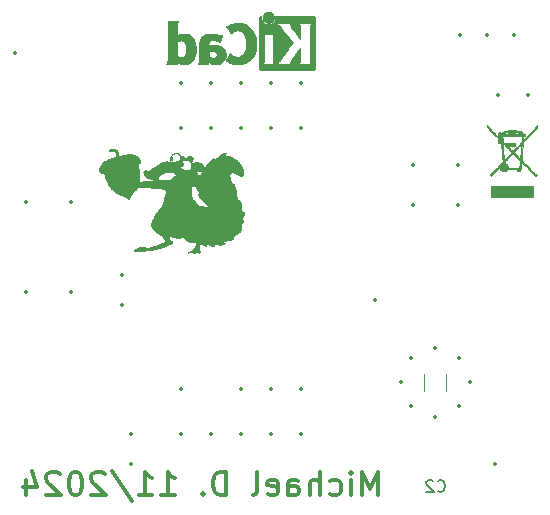
<source format=gbo>
%TF.GenerationSoftware,KiCad,Pcbnew,8.0.6*%
%TF.CreationDate,2024-11-19T20:08:16+01:00*%
%TF.ProjectId,3458A Ref A9 Clone,33343538-4120-4526-9566-20413920436c,rev?*%
%TF.SameCoordinates,Original*%
%TF.FileFunction,Legend,Bot*%
%TF.FilePolarity,Positive*%
%FSLAX46Y46*%
G04 Gerber Fmt 4.6, Leading zero omitted, Abs format (unit mm)*
G04 Created by KiCad (PCBNEW 8.0.6) date 2024-11-19 20:08:16*
%MOMM*%
%LPD*%
G01*
G04 APERTURE LIST*
%ADD10C,0.026458*%
%ADD11C,0.000000*%
%ADD12C,0.300000*%
%ADD13C,0.150000*%
%ADD14C,0.010000*%
%ADD15C,0.120000*%
%ADD16C,0.350000*%
G04 APERTURE END LIST*
D10*
X147173662Y-105806894D02*
X147189438Y-105853149D01*
X147162933Y-105760614D02*
X147173662Y-105806894D01*
X147572083Y-105148927D02*
X147531076Y-105161824D01*
X147176979Y-105535782D02*
X147165906Y-105579214D01*
X147255730Y-105375656D02*
X147231331Y-105413252D01*
X147655976Y-105134530D02*
X147613793Y-105139764D01*
X147414553Y-105220934D02*
X147378640Y-105246785D01*
X147740848Y-105136647D02*
X147698404Y-105133426D01*
X148019202Y-105296937D02*
X147983047Y-105257896D01*
X147231331Y-105413252D02*
X147209920Y-105452603D01*
D11*
G36*
X147369488Y-105408345D02*
G01*
X147383974Y-105413109D01*
X147395311Y-105419341D01*
X147405360Y-105427947D01*
X147414144Y-105438728D01*
X147421686Y-105451488D01*
X147428008Y-105466030D01*
X147433132Y-105482155D01*
X147437081Y-105499666D01*
X147439877Y-105518366D01*
X147441543Y-105538058D01*
X147442100Y-105558544D01*
X147439981Y-105601109D01*
X147433698Y-105644481D01*
X147423431Y-105687080D01*
X147416860Y-105707597D01*
X147409360Y-105727328D01*
X147400953Y-105746077D01*
X147391663Y-105763646D01*
X147381510Y-105779837D01*
X147370519Y-105794453D01*
X147358711Y-105807297D01*
X147346108Y-105818171D01*
X147332734Y-105826877D01*
X147318610Y-105833219D01*
X147303758Y-105836999D01*
X147288202Y-105838019D01*
X147271964Y-105836083D01*
X147255066Y-105830992D01*
X147237530Y-105822549D01*
X147219379Y-105810557D01*
X147211709Y-105803461D01*
X147205089Y-105794570D01*
X147199498Y-105784028D01*
X147194913Y-105771980D01*
X147191311Y-105758573D01*
X147188670Y-105743951D01*
X147186967Y-105728259D01*
X147186181Y-105711643D01*
X147187268Y-105676219D01*
X147191751Y-105638839D01*
X147199452Y-105600666D01*
X147210191Y-105562862D01*
X147223788Y-105526589D01*
X147231603Y-105509389D01*
X147240065Y-105493007D01*
X147249153Y-105477589D01*
X147258844Y-105463279D01*
X147269114Y-105450224D01*
X147279943Y-105438567D01*
X147291307Y-105428455D01*
X147303185Y-105420032D01*
X147315553Y-105413444D01*
X147328390Y-105408836D01*
X147341673Y-105406354D01*
X147355380Y-105406141D01*
X147369488Y-105408345D01*
G37*
D10*
X147165906Y-105579214D02*
X147158737Y-105623611D01*
X148053544Y-105341885D02*
X148019202Y-105296937D01*
X147155699Y-105668776D02*
X147157021Y-105714509D01*
X147191727Y-105493513D02*
X147176979Y-105535782D01*
X147157021Y-105714509D02*
X147162933Y-105760614D01*
X147378640Y-105246785D02*
X147344573Y-105275381D01*
X147531076Y-105161824D02*
X147490999Y-105178256D01*
X147824870Y-105156859D02*
X147783079Y-105144392D01*
X147906213Y-105196748D02*
X147865990Y-105174245D01*
X147945308Y-105224566D02*
X147906213Y-105196748D01*
X147312580Y-105306523D02*
X147282889Y-105340014D01*
X147158737Y-105623611D02*
X147155699Y-105668776D01*
X147865990Y-105174245D02*
X147824870Y-105156859D01*
X147698404Y-105133426D02*
X147655976Y-105134530D01*
X147452082Y-105198025D02*
X147414553Y-105220934D01*
X147209920Y-105452603D02*
X147191727Y-105493513D01*
D11*
G36*
X148251525Y-105915674D02*
G01*
X148271095Y-105920165D01*
X148288355Y-105927179D01*
X148303382Y-105936518D01*
X148316250Y-105947982D01*
X148327038Y-105961375D01*
X148335822Y-105976496D01*
X148342677Y-105993147D01*
X148347681Y-106011131D01*
X148350908Y-106030248D01*
X148352437Y-106050299D01*
X148352343Y-106071087D01*
X148350703Y-106092413D01*
X148347593Y-106114077D01*
X148343089Y-106135883D01*
X148337268Y-106157630D01*
X148330206Y-106179121D01*
X148321980Y-106200157D01*
X148312665Y-106220539D01*
X148302339Y-106240069D01*
X148291077Y-106258549D01*
X148278956Y-106275779D01*
X148266053Y-106291562D01*
X148252443Y-106305698D01*
X148238204Y-106317989D01*
X148223410Y-106328237D01*
X148208140Y-106336244D01*
X148192469Y-106341809D01*
X148176473Y-106344736D01*
X148160230Y-106344825D01*
X148143814Y-106341878D01*
X148127304Y-106335697D01*
X148112445Y-106327520D01*
X148099039Y-106317903D01*
X148075058Y-106286054D01*
X148062716Y-106268072D01*
X148053084Y-106253131D01*
X148052585Y-106251988D01*
X148047232Y-106236039D01*
X148043128Y-106219428D01*
X148040243Y-106202270D01*
X148038550Y-106184677D01*
X148038022Y-106166761D01*
X148038632Y-106148634D01*
X148040351Y-106130410D01*
X148043152Y-106112200D01*
X148047008Y-106094117D01*
X148051890Y-106076275D01*
X148057771Y-106058784D01*
X148061368Y-106049847D01*
X148068950Y-106038300D01*
X148085432Y-106015633D01*
X148102884Y-105993820D01*
X148121232Y-105972871D01*
X148140400Y-105952799D01*
X148160312Y-105933616D01*
X148167633Y-105927112D01*
X148180519Y-105921812D01*
X148196238Y-105917324D01*
X148212597Y-105914651D01*
X148229569Y-105913905D01*
X148251525Y-105915674D01*
G37*
D10*
X147783079Y-105144392D02*
X147740848Y-105136647D01*
X147983047Y-105257896D02*
X147945308Y-105224566D01*
D11*
G36*
X150062156Y-106196044D02*
G01*
X150078335Y-106230239D01*
X150091955Y-106266657D01*
X150102857Y-106305349D01*
X150110885Y-106346366D01*
X150153089Y-106302517D01*
X150204364Y-106243912D01*
X150327473Y-106094929D01*
X150466903Y-105924403D01*
X150609343Y-105757318D01*
X150677533Y-105682874D01*
X150741484Y-105618660D01*
X150799533Y-105567798D01*
X150825824Y-105548351D01*
X150850015Y-105533412D01*
X150871900Y-105523374D01*
X150891268Y-105518626D01*
X150907914Y-105519558D01*
X150921628Y-105526561D01*
X150932203Y-105540026D01*
X150939430Y-105560342D01*
X150943103Y-105587900D01*
X150943012Y-105623091D01*
X150965751Y-105624302D01*
X150990109Y-105621090D01*
X151015988Y-105613794D01*
X151043291Y-105602750D01*
X151071919Y-105588296D01*
X151101776Y-105570770D01*
X151164783Y-105527852D01*
X151231531Y-105476698D01*
X151301240Y-105420008D01*
X151446413Y-105300825D01*
X151520316Y-105243735D01*
X151594055Y-105191914D01*
X151630619Y-105168824D01*
X151666850Y-105148064D01*
X151702649Y-105129971D01*
X151737918Y-105114884D01*
X151772561Y-105103141D01*
X151806480Y-105095078D01*
X151839577Y-105091033D01*
X151871754Y-105091345D01*
X151902914Y-105096350D01*
X151932959Y-105106387D01*
X151961792Y-105121793D01*
X151989315Y-105142905D01*
X151965223Y-105180792D01*
X151945681Y-105214296D01*
X151930446Y-105243662D01*
X151919276Y-105269135D01*
X151911929Y-105290962D01*
X151908163Y-105309387D01*
X151907735Y-105324657D01*
X151910403Y-105337016D01*
X151915925Y-105346710D01*
X151924059Y-105353984D01*
X151934562Y-105359085D01*
X151947193Y-105362258D01*
X151961708Y-105363747D01*
X151977866Y-105363799D01*
X152014142Y-105360573D01*
X152095746Y-105347675D01*
X152137200Y-105341930D01*
X152176504Y-105339273D01*
X152194744Y-105339717D01*
X152211720Y-105341669D01*
X152227189Y-105345375D01*
X152240910Y-105351081D01*
X152252640Y-105359031D01*
X152262137Y-105369473D01*
X152269158Y-105382650D01*
X152273462Y-105398809D01*
X152326172Y-105412461D01*
X152382823Y-105431570D01*
X152442756Y-105455841D01*
X152505309Y-105484979D01*
X152569823Y-105518691D01*
X152635639Y-105556680D01*
X152702096Y-105598653D01*
X152768534Y-105644315D01*
X152834295Y-105693371D01*
X152898717Y-105745526D01*
X152961142Y-105800485D01*
X153020908Y-105857955D01*
X153077357Y-105917639D01*
X153129828Y-105979244D01*
X153177662Y-106042474D01*
X153220199Y-106107035D01*
X153257907Y-106166113D01*
X153294802Y-106228711D01*
X153330135Y-106294286D01*
X153363161Y-106362292D01*
X153393130Y-106432186D01*
X153419297Y-106503421D01*
X153440914Y-106575453D01*
X153457233Y-106647738D01*
X153463172Y-106683804D01*
X153467507Y-106719729D01*
X153467964Y-106725920D01*
X153470144Y-106755445D01*
X153470989Y-106790884D01*
X153469950Y-106825977D01*
X153466932Y-106860656D01*
X153461842Y-106894853D01*
X153454588Y-106928501D01*
X153445075Y-106961530D01*
X153433210Y-106993874D01*
X153418899Y-107025463D01*
X153402050Y-107056230D01*
X153382569Y-107086106D01*
X153360362Y-107115024D01*
X153335336Y-107142915D01*
X153307398Y-107169712D01*
X153273275Y-107170253D01*
X153239443Y-107167313D01*
X153205885Y-107161196D01*
X153172584Y-107152204D01*
X153139522Y-107140642D01*
X153106681Y-107126813D01*
X153074044Y-107111020D01*
X153041595Y-107093566D01*
X152977186Y-107054890D01*
X152913317Y-107013212D01*
X152849847Y-106970959D01*
X152786637Y-106930558D01*
X152723548Y-106894436D01*
X152692006Y-106878738D01*
X152660442Y-106865020D01*
X152628839Y-106853584D01*
X152597179Y-106844736D01*
X152565445Y-106838777D01*
X152533619Y-106836012D01*
X152501685Y-106836743D01*
X152469624Y-106841275D01*
X152437420Y-106849909D01*
X152405055Y-106862951D01*
X152372511Y-106880702D01*
X152339772Y-106903467D01*
X152306819Y-106931549D01*
X152273636Y-106965251D01*
X152283594Y-107018019D01*
X152295313Y-107080118D01*
X152326630Y-107225061D01*
X152345648Y-107303315D01*
X152366769Y-107382493D01*
X152389892Y-107460396D01*
X152414913Y-107534826D01*
X152441732Y-107603585D01*
X152470245Y-107664474D01*
X152485106Y-107691280D01*
X152500351Y-107715295D01*
X152515970Y-107736243D01*
X152531948Y-107753849D01*
X152548273Y-107767840D01*
X152564932Y-107777939D01*
X152581913Y-107783872D01*
X152599202Y-107785365D01*
X152616788Y-107782143D01*
X152634656Y-107773930D01*
X152652796Y-107760452D01*
X152671192Y-107741434D01*
X152676425Y-107781764D01*
X152684486Y-107822551D01*
X152694953Y-107863943D01*
X152707404Y-107906091D01*
X152736572Y-107993248D01*
X152768615Y-108085212D01*
X152800159Y-108183178D01*
X152814690Y-108234783D01*
X152827831Y-108288336D01*
X152839160Y-108343985D01*
X152848255Y-108401879D01*
X152854695Y-108462167D01*
X152858058Y-108524999D01*
X152859508Y-108562383D01*
X152861863Y-108599811D01*
X152869082Y-108674299D01*
X152879298Y-108747464D01*
X152892096Y-108818311D01*
X152907060Y-108885843D01*
X152923772Y-108949063D01*
X152941816Y-109006975D01*
X152960777Y-109058582D01*
X152980238Y-109102887D01*
X152990026Y-109121991D01*
X152999783Y-109138895D01*
X153009456Y-109153475D01*
X153018995Y-109165607D01*
X153028346Y-109175167D01*
X153037457Y-109182029D01*
X153046278Y-109186069D01*
X153054755Y-109187162D01*
X153062837Y-109185184D01*
X153070471Y-109180010D01*
X153077606Y-109171517D01*
X153084189Y-109159578D01*
X153090169Y-109144070D01*
X153095493Y-109124868D01*
X153116940Y-109145098D01*
X153136573Y-109166603D01*
X153154487Y-109189347D01*
X153170778Y-109213292D01*
X153185542Y-109238404D01*
X153198874Y-109264645D01*
X153221627Y-109320375D01*
X153239801Y-109380193D01*
X153254162Y-109443812D01*
X153265474Y-109510942D01*
X153274504Y-109581296D01*
X153290001Y-109748136D01*
X153303102Y-109889188D01*
X153312197Y-109971339D01*
X153323601Y-110054985D01*
X153338079Y-110139838D01*
X153356396Y-110225609D01*
X153402797Y-110171514D01*
X153422799Y-110151316D01*
X153440774Y-110135411D01*
X153456802Y-110123595D01*
X153470960Y-110115662D01*
X153483327Y-110111409D01*
X153493983Y-110110630D01*
X153503007Y-110113122D01*
X153510476Y-110118678D01*
X153516471Y-110127095D01*
X153521069Y-110138168D01*
X153524350Y-110151692D01*
X153526392Y-110167463D01*
X153527077Y-110204925D01*
X153523753Y-110248917D01*
X153517052Y-110297801D01*
X153507604Y-110349941D01*
X153496041Y-110403698D01*
X153469088Y-110509517D01*
X153441240Y-110602158D01*
X153417320Y-110631428D01*
X153397898Y-110657738D01*
X153382671Y-110681276D01*
X153371335Y-110702234D01*
X153363588Y-110720800D01*
X153359127Y-110737164D01*
X153357648Y-110751515D01*
X153358849Y-110764043D01*
X153362427Y-110774938D01*
X153368078Y-110784389D01*
X153375500Y-110792586D01*
X153384390Y-110799718D01*
X153405361Y-110811546D01*
X153428566Y-110821390D01*
X153451581Y-110830766D01*
X153471983Y-110841190D01*
X153480446Y-110847270D01*
X153487347Y-110854180D01*
X153492383Y-110862111D01*
X153495250Y-110871252D01*
X153495646Y-110881793D01*
X153493267Y-110893922D01*
X153487811Y-110907830D01*
X153478974Y-110923707D01*
X153466454Y-110941741D01*
X153449947Y-110962122D01*
X153429151Y-110985041D01*
X153403762Y-111010686D01*
X153373792Y-111037519D01*
X153347754Y-111063702D01*
X153325408Y-111089281D01*
X153306515Y-111114302D01*
X153290836Y-111138813D01*
X153278131Y-111162860D01*
X153268161Y-111186490D01*
X153260687Y-111209750D01*
X153255469Y-111232687D01*
X153252268Y-111255347D01*
X153250845Y-111277778D01*
X153250960Y-111300025D01*
X153252374Y-111322137D01*
X153254848Y-111344159D01*
X153262017Y-111388122D01*
X153278541Y-111477035D01*
X153284066Y-111522733D01*
X153285306Y-111546056D01*
X153285213Y-111569758D01*
X153283547Y-111593885D01*
X153280068Y-111618484D01*
X153274538Y-111643602D01*
X153266717Y-111669286D01*
X153256365Y-111695582D01*
X153243244Y-111722538D01*
X153227113Y-111750199D01*
X153207734Y-111778614D01*
X153153353Y-111821566D01*
X153095112Y-111864488D01*
X152972504Y-111949489D01*
X152850823Y-112032114D01*
X152793740Y-112072065D01*
X152740981Y-112110859D01*
X152693910Y-112148308D01*
X152653891Y-112184223D01*
X152636952Y-112201547D01*
X152622287Y-112218417D01*
X152610068Y-112234810D01*
X152600464Y-112250702D01*
X152593645Y-112266070D01*
X152589784Y-112280890D01*
X152589049Y-112295139D01*
X152591612Y-112308794D01*
X152597643Y-112321830D01*
X152607313Y-112334225D01*
X152620791Y-112345954D01*
X152638249Y-112356995D01*
X152630954Y-112380991D01*
X152617591Y-112403465D01*
X152598660Y-112424488D01*
X152574664Y-112444135D01*
X152546104Y-112462479D01*
X152513482Y-112479592D01*
X152438057Y-112510423D01*
X152352400Y-112537214D01*
X152260525Y-112560550D01*
X152074164Y-112599209D01*
X151911074Y-112631089D01*
X151848285Y-112645953D01*
X151803350Y-112660882D01*
X151788831Y-112668554D01*
X151780280Y-112676462D01*
X151778199Y-112684680D01*
X151783089Y-112693280D01*
X151795452Y-112702337D01*
X151815788Y-112711922D01*
X151882390Y-112732975D01*
X151883102Y-112761051D01*
X151879711Y-112787029D01*
X151872434Y-112810957D01*
X151861488Y-112832879D01*
X151847091Y-112852842D01*
X151829460Y-112870894D01*
X151808813Y-112887080D01*
X151785368Y-112901447D01*
X151759341Y-112914042D01*
X151730950Y-112924910D01*
X151700413Y-112934098D01*
X151667947Y-112941654D01*
X151598098Y-112952050D01*
X151523144Y-112956471D01*
X151444822Y-112955288D01*
X151364874Y-112948873D01*
X151285039Y-112937597D01*
X151207057Y-112921833D01*
X151132667Y-112901951D01*
X151063609Y-112878324D01*
X151001623Y-112851323D01*
X150948448Y-112821320D01*
X150976262Y-112865002D01*
X150997989Y-112904213D01*
X151013930Y-112939125D01*
X151024388Y-112969913D01*
X151029664Y-112996748D01*
X151030061Y-113019804D01*
X151025881Y-113039253D01*
X151017426Y-113055269D01*
X151004997Y-113068024D01*
X150988898Y-113077691D01*
X150969430Y-113084443D01*
X150946896Y-113088454D01*
X150921596Y-113089896D01*
X150893835Y-113088942D01*
X150832131Y-113080537D01*
X150764203Y-113064623D01*
X150692467Y-113042584D01*
X150619338Y-113015802D01*
X150547235Y-112985662D01*
X150478574Y-112953547D01*
X150415770Y-112920840D01*
X150361242Y-112888924D01*
X150317406Y-112859183D01*
X150256766Y-112824564D01*
X150215620Y-112804103D01*
X150201544Y-112798647D01*
X150191366Y-112796091D01*
X150184760Y-112796220D01*
X150181401Y-112798823D01*
X150180964Y-112803684D01*
X150183123Y-112810592D01*
X150193930Y-112829692D01*
X150232385Y-112883061D01*
X150254829Y-112913916D01*
X150275947Y-112945276D01*
X150293136Y-112975436D01*
X150299444Y-112989532D01*
X150303794Y-113002688D01*
X150305860Y-113014690D01*
X150305318Y-113025326D01*
X150301841Y-113034382D01*
X150295105Y-113041645D01*
X150284784Y-113046901D01*
X150270554Y-113049937D01*
X150252088Y-113050540D01*
X150229061Y-113048496D01*
X150195789Y-113042955D01*
X150163717Y-113035630D01*
X150132840Y-113026720D01*
X150103152Y-113016423D01*
X150074649Y-113004939D01*
X150047327Y-112992466D01*
X150021179Y-112979203D01*
X149996202Y-112965350D01*
X149949740Y-112936666D01*
X149907901Y-112908008D01*
X149837940Y-112857130D01*
X149809741Y-112838093D01*
X149797319Y-112830872D01*
X149786010Y-112825448D01*
X149775809Y-112822019D01*
X149766711Y-112820784D01*
X149758710Y-112821943D01*
X149751803Y-112825694D01*
X149745984Y-112832237D01*
X149741248Y-112841770D01*
X149737591Y-112854492D01*
X149735008Y-112870602D01*
X149733494Y-112890299D01*
X149733044Y-112913782D01*
X149733653Y-112941250D01*
X149735317Y-112972902D01*
X149758350Y-113269842D01*
X149762898Y-113347767D01*
X149765392Y-113422484D01*
X149765049Y-113491652D01*
X149761083Y-113552930D01*
X149757496Y-113579878D01*
X149752709Y-113603975D01*
X149746624Y-113624929D01*
X149739143Y-113642446D01*
X149730167Y-113656235D01*
X149719600Y-113666001D01*
X149707342Y-113671454D01*
X149693295Y-113672299D01*
X149677362Y-113668245D01*
X149659444Y-113658998D01*
X149639444Y-113644266D01*
X149617263Y-113623756D01*
X149592802Y-113597176D01*
X149565965Y-113564232D01*
X149536653Y-113524633D01*
X149504767Y-113478084D01*
X149498328Y-113470898D01*
X149491135Y-113467397D01*
X149483226Y-113467270D01*
X149474642Y-113470208D01*
X149465419Y-113475898D01*
X149455596Y-113484032D01*
X149434307Y-113506387D01*
X149386226Y-113566752D01*
X149360050Y-113599795D01*
X149332861Y-113631432D01*
X149304968Y-113659181D01*
X149290853Y-113670821D01*
X149276677Y-113680558D01*
X149262479Y-113688080D01*
X149248297Y-113693078D01*
X149234170Y-113695240D01*
X149220136Y-113694258D01*
X149206233Y-113689819D01*
X149192501Y-113681614D01*
X149178978Y-113669332D01*
X149165701Y-113652662D01*
X149152710Y-113631295D01*
X149140043Y-113604919D01*
X149127739Y-113573225D01*
X149115835Y-113535901D01*
X149111469Y-113527970D01*
X149104056Y-113522996D01*
X149093854Y-113520733D01*
X149081120Y-113520931D01*
X149066111Y-113523345D01*
X149049084Y-113527726D01*
X149010005Y-113541400D01*
X148965941Y-113559975D01*
X148918949Y-113581470D01*
X148824409Y-113625301D01*
X148780975Y-113643677D01*
X148742843Y-113657054D01*
X148726407Y-113661249D01*
X148712068Y-113663452D01*
X148700083Y-113663415D01*
X148690709Y-113660891D01*
X148684202Y-113655633D01*
X148680822Y-113647392D01*
X148680823Y-113635921D01*
X148684464Y-113620973D01*
X148692002Y-113602301D01*
X148703694Y-113579657D01*
X148719797Y-113552793D01*
X148740567Y-113521462D01*
X148957332Y-113394538D01*
X149015497Y-113358580D01*
X149072895Y-113320546D01*
X149128349Y-113280241D01*
X149180682Y-113237473D01*
X149205309Y-113215105D01*
X149228714Y-113192048D01*
X149250750Y-113168280D01*
X149271268Y-113143774D01*
X149290124Y-113118508D01*
X149307167Y-113092456D01*
X149322253Y-113065596D01*
X149335233Y-113037902D01*
X149345960Y-113009351D01*
X149354287Y-112979919D01*
X149360067Y-112949581D01*
X149363152Y-112918313D01*
X149363396Y-112886091D01*
X149360650Y-112852891D01*
X149354768Y-112818689D01*
X149345603Y-112783460D01*
X149283235Y-112770718D01*
X149220104Y-112761352D01*
X149092160Y-112747680D01*
X149027653Y-112740843D01*
X148962993Y-112732318D01*
X148898333Y-112720839D01*
X148833825Y-112705139D01*
X148801677Y-112695312D01*
X148769623Y-112683954D01*
X148737684Y-112670909D01*
X148705878Y-112656018D01*
X148674225Y-112639122D01*
X148642744Y-112620064D01*
X148611454Y-112598685D01*
X148580374Y-112574826D01*
X148549522Y-112548331D01*
X148518919Y-112519040D01*
X148488583Y-112486795D01*
X148458533Y-112451439D01*
X148428789Y-112412812D01*
X148399369Y-112370757D01*
X148370293Y-112325115D01*
X148341579Y-112275728D01*
X148304491Y-112299240D01*
X148265080Y-112319231D01*
X148223576Y-112335883D01*
X148180210Y-112349379D01*
X148135210Y-112359900D01*
X148088805Y-112367628D01*
X148041226Y-112372746D01*
X147992702Y-112375434D01*
X147943462Y-112375876D01*
X147893736Y-112374252D01*
X147843753Y-112370745D01*
X147793743Y-112365537D01*
X147694560Y-112350744D01*
X147598022Y-112331330D01*
X147505965Y-112308749D01*
X147420226Y-112284457D01*
X147342640Y-112259909D01*
X147275044Y-112236560D01*
X147177163Y-112199284D01*
X147141272Y-112184272D01*
X147141252Y-112226838D01*
X147146437Y-112266645D01*
X147156236Y-112303878D01*
X147170061Y-112338721D01*
X147187320Y-112371360D01*
X147207424Y-112401980D01*
X147253809Y-112457907D01*
X147304495Y-112507984D01*
X147354764Y-112553694D01*
X147399895Y-112596520D01*
X147435169Y-112637945D01*
X147447636Y-112658595D01*
X147455868Y-112679451D01*
X147459277Y-112700698D01*
X147457272Y-112722522D01*
X147449264Y-112745108D01*
X147434661Y-112768640D01*
X147412876Y-112793305D01*
X147383317Y-112819289D01*
X147345395Y-112846775D01*
X147298520Y-112875950D01*
X147242101Y-112906999D01*
X147175550Y-112940107D01*
X147009688Y-113013244D01*
X146796216Y-113096842D01*
X146674553Y-113140955D01*
X146541376Y-113186199D01*
X146398863Y-113231154D01*
X146249191Y-113274399D01*
X146094537Y-113314513D01*
X145937078Y-113350076D01*
X145778992Y-113379668D01*
X145700394Y-113391781D01*
X145622455Y-113401868D01*
X145530658Y-113404133D01*
X145446273Y-113409758D01*
X145367473Y-113418036D01*
X145292428Y-113428264D01*
X144993261Y-113474539D01*
X144909583Y-113483920D01*
X144818695Y-113491015D01*
X144718770Y-113495118D01*
X144607979Y-113495522D01*
X144484496Y-113491522D01*
X144346491Y-113482413D01*
X144192139Y-113467487D01*
X144019610Y-113446041D01*
X144055938Y-113408692D01*
X144092811Y-113373752D01*
X144130200Y-113341163D01*
X144168079Y-113310866D01*
X144206418Y-113282804D01*
X144245190Y-113256920D01*
X144284366Y-113233155D01*
X144323919Y-113211451D01*
X144363820Y-113191752D01*
X144404042Y-113173999D01*
X144485336Y-113144100D01*
X144567574Y-113121292D01*
X144650534Y-113105115D01*
X144733990Y-113095105D01*
X144817719Y-113090800D01*
X144901495Y-113091739D01*
X144985095Y-113097460D01*
X145068295Y-113107500D01*
X145150869Y-113121397D01*
X145232594Y-113138690D01*
X145313245Y-113158916D01*
X145400380Y-113141372D01*
X145487792Y-113121671D01*
X145662939Y-113076428D01*
X145837678Y-113024450D01*
X146011001Y-112966999D01*
X146181902Y-112905338D01*
X146349371Y-112840730D01*
X146512401Y-112774437D01*
X146669985Y-112707721D01*
X146694788Y-112695204D01*
X146715357Y-112680953D01*
X146731878Y-112665080D01*
X146744540Y-112647696D01*
X146753529Y-112628913D01*
X146759032Y-112608843D01*
X146761236Y-112587597D01*
X146760328Y-112565288D01*
X146756496Y-112542025D01*
X146749926Y-112517923D01*
X146740805Y-112493091D01*
X146729321Y-112467642D01*
X146715661Y-112441687D01*
X146700011Y-112415338D01*
X146663490Y-112361904D01*
X146621257Y-112308234D01*
X146574807Y-112255220D01*
X146525637Y-112203757D01*
X146475244Y-112154737D01*
X146425123Y-112109053D01*
X146376771Y-112067600D01*
X146331685Y-112031269D01*
X146291360Y-112000954D01*
X146247188Y-111970272D01*
X146200136Y-111939439D01*
X146100044Y-111876628D01*
X145996379Y-111811139D01*
X145944862Y-111776959D01*
X145894438Y-111741591D01*
X145845768Y-111704862D01*
X145799516Y-111666600D01*
X145756343Y-111626632D01*
X145736118Y-111605954D01*
X145716911Y-111584785D01*
X145698805Y-111563103D01*
X145681882Y-111540887D01*
X145666226Y-111518114D01*
X145651918Y-111494764D01*
X145639043Y-111470815D01*
X145627682Y-111446244D01*
X145617918Y-111421031D01*
X145609834Y-111395154D01*
X145600042Y-111343090D01*
X145594454Y-111289831D01*
X145592889Y-111235478D01*
X145595165Y-111180134D01*
X145601100Y-111123899D01*
X145610513Y-111066875D01*
X145623221Y-111009166D01*
X145639044Y-110950871D01*
X145657799Y-110892093D01*
X145679305Y-110832933D01*
X145729844Y-110713877D01*
X145789205Y-110594516D01*
X145855936Y-110475664D01*
X145928583Y-110358136D01*
X146005693Y-110242745D01*
X146085812Y-110130304D01*
X146167486Y-110021629D01*
X146329689Y-109818830D01*
X146480672Y-109640859D01*
X146514500Y-109566495D01*
X146546000Y-109490725D01*
X146575380Y-109413699D01*
X146602849Y-109335566D01*
X146652886Y-109176580D01*
X146697781Y-109014963D01*
X146847102Y-108415139D01*
X149033586Y-108415139D01*
X149035527Y-108513418D01*
X149042766Y-108613167D01*
X149048706Y-108662927D01*
X149056370Y-108712258D01*
X149065893Y-108760892D01*
X149077408Y-108808564D01*
X149091048Y-108855008D01*
X149106947Y-108899959D01*
X149125239Y-108943150D01*
X149146056Y-108984315D01*
X149169533Y-109023189D01*
X149195803Y-109059506D01*
X149225000Y-109093000D01*
X149257257Y-109123404D01*
X149317312Y-109175865D01*
X149371659Y-109226006D01*
X149420550Y-109273679D01*
X149464239Y-109318738D01*
X149502978Y-109361036D01*
X149537021Y-109400427D01*
X149566621Y-109436762D01*
X149592030Y-109469897D01*
X149613502Y-109499683D01*
X149631291Y-109525974D01*
X149656827Y-109567483D01*
X149674827Y-109602100D01*
X149688556Y-109597070D01*
X149703426Y-109593417D01*
X149719396Y-109591065D01*
X149736426Y-109589938D01*
X149754476Y-109589961D01*
X149773507Y-109591057D01*
X149814350Y-109596168D01*
X149858635Y-109604663D01*
X149906042Y-109615938D01*
X150008944Y-109644398D01*
X150120496Y-109676699D01*
X150178717Y-109692773D01*
X150238141Y-109707989D01*
X150298450Y-109721739D01*
X150359321Y-109733418D01*
X150420438Y-109742419D01*
X150481478Y-109748136D01*
X150460725Y-109709868D01*
X150434973Y-109669972D01*
X150370401Y-109585967D01*
X150291609Y-109497478D01*
X150202445Y-109405859D01*
X149819037Y-109035180D01*
X149735738Y-108948234D01*
X149665156Y-108866287D01*
X149635837Y-108827612D01*
X149611140Y-108790695D01*
X149591546Y-108755705D01*
X149577537Y-108722811D01*
X149569594Y-108692184D01*
X149568197Y-108663992D01*
X149573827Y-108638405D01*
X149586966Y-108615592D01*
X149608094Y-108595722D01*
X149637694Y-108578965D01*
X149676244Y-108565491D01*
X149724228Y-108555468D01*
X149665465Y-108498328D01*
X149637125Y-108470037D01*
X149609658Y-108441486D01*
X149583196Y-108412342D01*
X149557872Y-108382271D01*
X149533819Y-108350940D01*
X149511171Y-108318015D01*
X149500416Y-108300851D01*
X149490061Y-108283163D01*
X149480124Y-108264910D01*
X149470621Y-108246050D01*
X149461569Y-108226541D01*
X149452985Y-108206342D01*
X149444885Y-108185410D01*
X149437286Y-108163705D01*
X149430204Y-108141185D01*
X149423656Y-108117807D01*
X149417659Y-108093530D01*
X149412230Y-108068313D01*
X149407384Y-108042113D01*
X149403140Y-108014890D01*
X149399512Y-107986601D01*
X149396518Y-107957204D01*
X149384513Y-107958632D01*
X149372460Y-107960502D01*
X149347367Y-107964883D01*
X149333905Y-107967052D01*
X149319552Y-107968976D01*
X149304096Y-107970484D01*
X149287327Y-107971406D01*
X149269033Y-107971569D01*
X149249004Y-107970801D01*
X149238273Y-107970015D01*
X149227028Y-107968931D01*
X149215244Y-107967530D01*
X149202895Y-107965788D01*
X149189953Y-107963685D01*
X149176393Y-107961200D01*
X149162187Y-107958310D01*
X149147311Y-107954994D01*
X149131737Y-107951232D01*
X149115439Y-107947001D01*
X149098390Y-107942280D01*
X149080565Y-107937047D01*
X149080565Y-107937046D01*
X149073356Y-107975434D01*
X149057426Y-108079257D01*
X149048861Y-108150388D01*
X149041321Y-108231497D01*
X149035873Y-108320456D01*
X149033586Y-108415139D01*
X146847102Y-108415139D01*
X146859297Y-108366153D01*
X146877150Y-108299230D01*
X146727100Y-108270291D01*
X146548342Y-108236025D01*
X146407216Y-108209990D01*
X146290885Y-108190548D01*
X146186513Y-108176062D01*
X146081263Y-108164895D01*
X145962300Y-108155408D01*
X145631884Y-108134925D01*
X145459030Y-108125610D01*
X145292048Y-108118481D01*
X145132187Y-108113572D01*
X144980696Y-108110918D01*
X144838826Y-108110554D01*
X144707823Y-108112515D01*
X144588939Y-108116835D01*
X144483422Y-108123549D01*
X144419009Y-108183955D01*
X144359013Y-108242223D01*
X144303257Y-108298369D01*
X144251561Y-108352412D01*
X144203751Y-108404369D01*
X144159647Y-108454258D01*
X144119072Y-108502095D01*
X144081850Y-108547898D01*
X144047803Y-108591685D01*
X144016752Y-108633474D01*
X143988522Y-108673281D01*
X143962934Y-108711124D01*
X143939812Y-108747021D01*
X143918977Y-108780989D01*
X143900252Y-108813046D01*
X143883461Y-108843209D01*
X143854967Y-108897922D01*
X143832075Y-108945269D01*
X143797425Y-109018423D01*
X143790046Y-109032325D01*
X143782827Y-109044509D01*
X143775589Y-109054990D01*
X143768155Y-109063788D01*
X143760348Y-109070918D01*
X143751991Y-109076399D01*
X143742905Y-109080247D01*
X143732914Y-109082482D01*
X143721611Y-109082264D01*
X143711261Y-109078356D01*
X143700568Y-109070875D01*
X143688237Y-109059936D01*
X143653472Y-109028149D01*
X143628446Y-109007532D01*
X143596597Y-108983923D01*
X143556628Y-108957435D01*
X143507242Y-108928186D01*
X143447145Y-108896292D01*
X143375039Y-108861867D01*
X143289628Y-108825030D01*
X143189617Y-108785894D01*
X143073708Y-108744577D01*
X142940607Y-108701195D01*
X142886357Y-108682272D01*
X142832102Y-108659485D01*
X142777938Y-108633023D01*
X142723963Y-108603076D01*
X142670272Y-108569834D01*
X142616963Y-108533486D01*
X142511874Y-108452234D01*
X142409468Y-108360838D01*
X142310519Y-108260815D01*
X142215799Y-108153684D01*
X142126079Y-108040963D01*
X142042133Y-107924170D01*
X141964733Y-107804824D01*
X141894652Y-107684442D01*
X141832662Y-107564543D01*
X141779535Y-107446644D01*
X141736045Y-107332265D01*
X141702962Y-107222922D01*
X141681061Y-107120134D01*
X141674152Y-107080573D01*
X141667049Y-107045815D01*
X141659730Y-107015570D01*
X141652171Y-106989550D01*
X141644351Y-106967464D01*
X141636247Y-106949025D01*
X141627837Y-106933943D01*
X141619098Y-106921929D01*
X141610007Y-106912693D01*
X141600542Y-106905947D01*
X141590681Y-106901402D01*
X141580401Y-106898767D01*
X141569679Y-106897755D01*
X141558494Y-106898076D01*
X141534640Y-106901561D01*
X141508661Y-106906909D01*
X141480375Y-106911806D01*
X141465312Y-106913364D01*
X141449604Y-106913941D01*
X141433229Y-106913249D01*
X141416166Y-106910999D01*
X141398391Y-106906901D01*
X141379881Y-106900668D01*
X141360616Y-106892008D01*
X141340571Y-106880634D01*
X141319724Y-106866256D01*
X141298054Y-106848585D01*
X141275537Y-106827332D01*
X141252150Y-106802208D01*
X141226817Y-106737323D01*
X141208989Y-106673476D01*
X141198313Y-106610723D01*
X141194434Y-106549119D01*
X141196997Y-106488718D01*
X141205648Y-106429574D01*
X141220033Y-106371743D01*
X141239797Y-106315278D01*
X141264585Y-106260235D01*
X141294044Y-106206667D01*
X141327818Y-106154630D01*
X141365553Y-106104179D01*
X141406895Y-106055367D01*
X141451489Y-106008250D01*
X141498981Y-105962881D01*
X141549016Y-105919317D01*
X141655298Y-105837816D01*
X141767499Y-105764186D01*
X141882783Y-105698862D01*
X141998315Y-105642281D01*
X142111259Y-105594880D01*
X142218779Y-105557096D01*
X142318039Y-105529365D01*
X142406203Y-105512126D01*
X142439544Y-105505594D01*
X142470367Y-105495933D01*
X142498643Y-105483406D01*
X142524345Y-105468281D01*
X142547446Y-105450822D01*
X142567917Y-105431295D01*
X142585731Y-105409966D01*
X142600862Y-105387101D01*
X142613280Y-105362965D01*
X142622958Y-105337824D01*
X142629870Y-105311943D01*
X142633986Y-105285588D01*
X142635280Y-105259026D01*
X142633725Y-105232520D01*
X142629291Y-105206338D01*
X142621953Y-105180745D01*
X142611681Y-105156005D01*
X142598450Y-105132387D01*
X142582230Y-105110153D01*
X142562995Y-105089571D01*
X142540716Y-105070906D01*
X142515367Y-105054424D01*
X142486920Y-105040390D01*
X142455346Y-105029070D01*
X142420619Y-105020730D01*
X142382711Y-105015635D01*
X142341594Y-105014051D01*
X142297240Y-105016244D01*
X142249623Y-105022478D01*
X142198714Y-105033021D01*
X142144486Y-105048137D01*
X142086911Y-105068093D01*
X142054497Y-105038919D01*
X142030403Y-105011111D01*
X142014155Y-104984714D01*
X142005278Y-104959772D01*
X142003297Y-104936331D01*
X142007736Y-104914435D01*
X142018122Y-104894128D01*
X142033977Y-104875457D01*
X142054829Y-104858465D01*
X142080201Y-104843197D01*
X142109619Y-104829698D01*
X142142607Y-104818013D01*
X142178691Y-104808187D01*
X142217395Y-104800265D01*
X142300765Y-104790310D01*
X142388916Y-104788508D01*
X142478048Y-104795216D01*
X142521795Y-104801873D01*
X142564362Y-104810793D01*
X142605274Y-104822019D01*
X142644056Y-104835597D01*
X142680233Y-104851572D01*
X142713331Y-104869988D01*
X142742873Y-104890890D01*
X142768386Y-104914323D01*
X142789393Y-104940332D01*
X142805420Y-104968961D01*
X142815993Y-105000256D01*
X142820635Y-105034261D01*
X142823132Y-105078410D01*
X142826658Y-105118574D01*
X142831216Y-105154910D01*
X142836808Y-105187576D01*
X142843437Y-105216730D01*
X142851104Y-105242530D01*
X142859814Y-105265133D01*
X142869568Y-105284697D01*
X142880368Y-105301380D01*
X142892218Y-105315340D01*
X142905120Y-105326734D01*
X142919076Y-105335719D01*
X142934088Y-105342455D01*
X142950161Y-105347098D01*
X142967295Y-105349806D01*
X142985494Y-105350736D01*
X143004759Y-105350048D01*
X143025095Y-105347898D01*
X143068984Y-105339843D01*
X143117181Y-105327834D01*
X143169708Y-105313133D01*
X143287827Y-105280702D01*
X143353461Y-105265496D01*
X143423504Y-105252644D01*
X143549658Y-105235862D01*
X143667894Y-105225804D01*
X143778440Y-105222069D01*
X143881519Y-105224258D01*
X143977359Y-105231969D01*
X144066185Y-105244803D01*
X144148222Y-105262359D01*
X144223697Y-105284238D01*
X144292836Y-105310038D01*
X144355863Y-105339361D01*
X144413006Y-105371806D01*
X144464489Y-105406972D01*
X144510538Y-105444460D01*
X144551380Y-105483869D01*
X144587241Y-105524800D01*
X144618345Y-105566851D01*
X144644919Y-105609623D01*
X144667188Y-105652715D01*
X144685379Y-105695728D01*
X144699717Y-105738262D01*
X144710428Y-105779915D01*
X144717738Y-105820289D01*
X144721872Y-105858982D01*
X144723056Y-105895594D01*
X144721517Y-105929726D01*
X144717480Y-105960978D01*
X144711170Y-105988948D01*
X144702815Y-106013237D01*
X144692638Y-106033445D01*
X144680867Y-106049171D01*
X144667726Y-106060016D01*
X144653443Y-106065579D01*
X144609102Y-106077586D01*
X144578124Y-106094917D01*
X144567120Y-106105942D01*
X144558824Y-106118733D01*
X144549517Y-106150195D01*
X144548515Y-106190464D01*
X144554134Y-106240702D01*
X144578490Y-106375729D01*
X144609098Y-106564565D01*
X144622532Y-106682065D01*
X144632471Y-106816500D01*
X144637229Y-106969033D01*
X144635122Y-107140824D01*
X144624462Y-107333035D01*
X144603565Y-107546826D01*
X144773448Y-107537027D01*
X145002417Y-107526724D01*
X145290597Y-107511760D01*
X145456930Y-107501231D01*
X145638113Y-107487979D01*
X145714978Y-107480268D01*
X145759416Y-107471663D01*
X145770628Y-107466905D01*
X145775115Y-107461779D01*
X145773339Y-107456236D01*
X145765760Y-107450230D01*
X145735038Y-107436630D01*
X145686635Y-107420594D01*
X145551531Y-107379669D01*
X145472204Y-107354010D01*
X145389941Y-107324371D01*
X145308428Y-107290367D01*
X145271157Y-107271627D01*
X146213861Y-107271627D01*
X146221463Y-107292868D01*
X146227704Y-107312508D01*
X146237222Y-107347181D01*
X146244661Y-107376037D01*
X146248301Y-107388406D01*
X146252263Y-107399469D01*
X146256827Y-107409273D01*
X146262273Y-107417868D01*
X146268883Y-107425302D01*
X146276935Y-107431626D01*
X146286712Y-107436887D01*
X146298494Y-107441134D01*
X146312560Y-107444418D01*
X146329193Y-107446785D01*
X146348671Y-107448287D01*
X146371276Y-107448971D01*
X146397288Y-107448887D01*
X146426988Y-107448083D01*
X146498572Y-107444513D01*
X146588274Y-107438652D01*
X146831003Y-107421628D01*
X146988520Y-107411248D01*
X147173130Y-107400145D01*
X147242702Y-107344925D01*
X147307266Y-107291441D01*
X147426910Y-107190471D01*
X147484759Y-107143377D01*
X147513796Y-107120764D01*
X147543139Y-107098806D01*
X147572961Y-107077528D01*
X147603435Y-107056955D01*
X147634734Y-107037110D01*
X147667031Y-107018019D01*
X147649173Y-106989998D01*
X147630320Y-106964085D01*
X147610529Y-106940211D01*
X147589857Y-106918304D01*
X147568359Y-106898297D01*
X147546094Y-106880117D01*
X147523117Y-106863696D01*
X147499485Y-106848963D01*
X147475255Y-106835849D01*
X147450484Y-106824282D01*
X147425228Y-106814194D01*
X147399544Y-106805513D01*
X147373488Y-106798171D01*
X147347118Y-106792097D01*
X147320489Y-106787220D01*
X147293659Y-106783472D01*
X147239622Y-106779078D01*
X147185459Y-106778355D01*
X147131625Y-106780743D01*
X147078571Y-106785681D01*
X147026752Y-106792609D01*
X146976622Y-106800967D01*
X146883239Y-106819730D01*
X146830340Y-106832228D01*
X146778074Y-106846744D01*
X146726621Y-106863296D01*
X146676162Y-106881902D01*
X146626877Y-106902577D01*
X146578946Y-106925341D01*
X146532551Y-106950209D01*
X146487871Y-106977200D01*
X146445088Y-107006331D01*
X146404381Y-107037620D01*
X146365932Y-107071083D01*
X146329920Y-107106738D01*
X146296527Y-107144602D01*
X146265932Y-107184694D01*
X146238317Y-107227029D01*
X146213861Y-107271627D01*
X145271157Y-107271627D01*
X145231353Y-107251613D01*
X145195631Y-107230334D01*
X145162401Y-107207722D01*
X145132124Y-107183730D01*
X145105259Y-107158310D01*
X145082269Y-107131412D01*
X145063614Y-107102990D01*
X145049754Y-107072994D01*
X145041150Y-107041376D01*
X145010654Y-106985798D01*
X144985798Y-106934588D01*
X144966294Y-106887593D01*
X144951856Y-106844661D01*
X144942196Y-106805639D01*
X144937029Y-106770375D01*
X144936067Y-106738717D01*
X144937439Y-106725622D01*
X149423176Y-106725622D01*
X149424565Y-106730611D01*
X149436694Y-106746908D01*
X149462346Y-106772935D01*
X149559286Y-106860417D01*
X149641001Y-106945978D01*
X149669406Y-106974910D01*
X149691128Y-106995201D01*
X149699863Y-107002245D01*
X149707382Y-107007294D01*
X149713838Y-107010404D01*
X149719382Y-107011631D01*
X149724166Y-107011030D01*
X149728342Y-107008656D01*
X149732062Y-107004564D01*
X149735478Y-106998811D01*
X149770057Y-106899600D01*
X149777563Y-106881381D01*
X149786283Y-106862054D01*
X149796368Y-106841674D01*
X149807971Y-106820297D01*
X149821242Y-106797977D01*
X149836334Y-106774771D01*
X149853398Y-106750734D01*
X149872587Y-106725920D01*
X149847220Y-106737772D01*
X149821273Y-106747180D01*
X149794906Y-106754338D01*
X149768277Y-106759443D01*
X149741545Y-106762689D01*
X149714867Y-106764272D01*
X149662308Y-106763226D01*
X149611869Y-106757865D01*
X149564816Y-106749751D01*
X149485937Y-106731501D01*
X149456645Y-106724487D01*
X149435808Y-106720960D01*
X149428955Y-106720992D01*
X149424692Y-106722481D01*
X149423176Y-106725622D01*
X144937439Y-106725622D01*
X144939023Y-106710512D01*
X144945609Y-106685609D01*
X144955541Y-106663854D01*
X144968529Y-106645096D01*
X144984288Y-106629182D01*
X145002530Y-106615960D01*
X145022969Y-106605278D01*
X145045317Y-106596982D01*
X145069287Y-106590922D01*
X145094594Y-106586944D01*
X145120949Y-106584897D01*
X145148066Y-106584627D01*
X145175658Y-106585984D01*
X145231119Y-106592963D01*
X145285036Y-106604618D01*
X145335114Y-106619729D01*
X145379058Y-106637077D01*
X145414572Y-106655444D01*
X145428450Y-106664629D01*
X145439360Y-106673612D01*
X145765505Y-106414401D01*
X145904144Y-106306080D01*
X146029193Y-106211034D01*
X146093931Y-106163995D01*
X148003761Y-106163995D01*
X148015147Y-106186809D01*
X148026747Y-106208591D01*
X148038550Y-106229373D01*
X148050543Y-106249190D01*
X148053084Y-106253131D01*
X148059213Y-106267165D01*
X148067143Y-106281457D01*
X148076404Y-106294751D01*
X148087023Y-106306934D01*
X148099028Y-106317895D01*
X148099039Y-106317903D01*
X148100199Y-106319444D01*
X148125876Y-106349622D01*
X148151997Y-106376849D01*
X148178469Y-106401387D01*
X148205203Y-106423497D01*
X148232105Y-106443441D01*
X148259084Y-106461480D01*
X148286050Y-106477875D01*
X148312909Y-106492889D01*
X148339571Y-106506783D01*
X148365944Y-106519817D01*
X148417457Y-106544356D01*
X148458321Y-106562310D01*
X148497775Y-106576696D01*
X148535808Y-106587655D01*
X148572410Y-106595328D01*
X148607570Y-106599859D01*
X148641280Y-106601387D01*
X148673528Y-106600054D01*
X148704304Y-106596002D01*
X148733599Y-106589373D01*
X148761402Y-106580307D01*
X148787702Y-106568947D01*
X148812491Y-106555433D01*
X148835756Y-106539908D01*
X148857490Y-106522513D01*
X148877680Y-106503389D01*
X148896318Y-106482677D01*
X148913392Y-106460521D01*
X148928893Y-106437060D01*
X148942811Y-106412436D01*
X148955135Y-106386791D01*
X148965855Y-106360267D01*
X148974962Y-106333004D01*
X148982444Y-106305145D01*
X148988292Y-106276830D01*
X148992496Y-106248202D01*
X148995045Y-106219402D01*
X148995929Y-106190571D01*
X148995138Y-106161851D01*
X148992663Y-106133383D01*
X148988492Y-106105309D01*
X148982615Y-106077771D01*
X148975023Y-106050909D01*
X148962433Y-106024025D01*
X148949585Y-105998028D01*
X148936283Y-105972978D01*
X148922333Y-105948935D01*
X148907541Y-105925961D01*
X148891712Y-105904116D01*
X148874650Y-105883461D01*
X148856162Y-105864055D01*
X148846323Y-105854840D01*
X148836053Y-105845961D01*
X148825330Y-105837424D01*
X148814128Y-105829238D01*
X148802424Y-105821410D01*
X148790192Y-105813947D01*
X148777410Y-105806858D01*
X148764052Y-105800149D01*
X148750093Y-105793829D01*
X148735511Y-105787905D01*
X148720280Y-105782384D01*
X148704375Y-105777275D01*
X148687774Y-105772584D01*
X148670451Y-105768319D01*
X148652382Y-105764488D01*
X148633542Y-105761099D01*
X148616398Y-105757650D01*
X148598334Y-105755358D01*
X148579425Y-105754209D01*
X148559748Y-105754193D01*
X148539377Y-105755296D01*
X148518388Y-105757507D01*
X148474861Y-105765204D01*
X148429771Y-105777185D01*
X148383723Y-105793355D01*
X148337324Y-105813614D01*
X148291178Y-105837867D01*
X148245890Y-105866017D01*
X148202067Y-105897965D01*
X148180893Y-105915334D01*
X148167633Y-105927112D01*
X148165468Y-105928003D01*
X148151113Y-105935783D01*
X148137481Y-105945041D01*
X148124600Y-105955663D01*
X148112497Y-105967538D01*
X148101200Y-105980553D01*
X148090737Y-105994594D01*
X148081135Y-106009551D01*
X148072421Y-106025310D01*
X148064624Y-106041758D01*
X148061368Y-106049847D01*
X148053516Y-106061806D01*
X148039204Y-106086141D01*
X148026091Y-106111293D01*
X148014251Y-106137248D01*
X148003761Y-106163995D01*
X146093931Y-106163995D01*
X146142676Y-106128577D01*
X146246619Y-106058024D01*
X146343046Y-105998689D01*
X146389074Y-105973013D01*
X146433982Y-105949885D01*
X146478023Y-105929219D01*
X146521452Y-105910928D01*
X146564519Y-105894928D01*
X146607480Y-105881132D01*
X146650586Y-105869454D01*
X146694091Y-105859810D01*
X146738248Y-105852112D01*
X146783310Y-105846276D01*
X146829530Y-105842216D01*
X146877161Y-105839846D01*
X146977670Y-105839834D01*
X147086861Y-105845553D01*
X147206759Y-105856317D01*
X147249483Y-105860699D01*
X147360802Y-105866748D01*
X147434285Y-105867071D01*
X147515436Y-105863819D01*
X147601097Y-105855660D01*
X147688106Y-105841265D01*
X147731129Y-105831312D01*
X147773304Y-105819302D01*
X147814237Y-105805067D01*
X147853532Y-105788441D01*
X147890794Y-105769258D01*
X147925628Y-105747351D01*
X147957639Y-105722554D01*
X147986433Y-105694702D01*
X148011614Y-105663626D01*
X148032787Y-105629162D01*
X148049558Y-105591142D01*
X148061530Y-105549401D01*
X148068311Y-105503772D01*
X148069503Y-105454089D01*
X148064712Y-105400186D01*
X148053544Y-105341895D01*
X148069515Y-105337395D01*
X148090043Y-105334812D01*
X148114562Y-105334249D01*
X148142507Y-105335810D01*
X148173314Y-105339600D01*
X148206417Y-105345722D01*
X148241251Y-105354279D01*
X148277252Y-105365376D01*
X148313854Y-105379116D01*
X148350492Y-105395603D01*
X148386602Y-105414941D01*
X148421618Y-105437234D01*
X148438540Y-105449521D01*
X148454976Y-105462585D01*
X148470856Y-105476440D01*
X148486110Y-105491099D01*
X148500666Y-105506574D01*
X148514455Y-105522878D01*
X148527405Y-105540025D01*
X148539447Y-105558027D01*
X148580920Y-105516220D01*
X148595710Y-105501805D01*
X148612275Y-105486575D01*
X148630620Y-105470916D01*
X148650746Y-105455212D01*
X148672658Y-105439848D01*
X148696359Y-105425210D01*
X148721851Y-105411683D01*
X148749139Y-105399651D01*
X148763458Y-105394316D01*
X148778226Y-105389500D01*
X148793445Y-105385250D01*
X148809115Y-105381615D01*
X148825236Y-105378642D01*
X148841809Y-105376381D01*
X148858834Y-105374878D01*
X148876312Y-105374183D01*
X148893833Y-105374546D01*
X148911802Y-105376147D01*
X148930110Y-105378949D01*
X148948649Y-105382914D01*
X148967312Y-105388003D01*
X148985989Y-105394178D01*
X149004573Y-105401403D01*
X149022956Y-105409637D01*
X149041030Y-105418845D01*
X149058687Y-105428988D01*
X149075818Y-105440027D01*
X149092315Y-105451925D01*
X149108070Y-105464644D01*
X149122976Y-105478146D01*
X149136924Y-105492392D01*
X149149805Y-105507346D01*
X149161513Y-105522969D01*
X149171938Y-105539223D01*
X149180972Y-105556069D01*
X149188508Y-105573471D01*
X149194438Y-105591391D01*
X149198653Y-105609789D01*
X149201045Y-105628628D01*
X149201505Y-105647871D01*
X149199927Y-105667479D01*
X149196202Y-105687415D01*
X149190221Y-105707640D01*
X149181877Y-105728116D01*
X149171061Y-105748806D01*
X149157666Y-105769671D01*
X149141583Y-105790673D01*
X149122704Y-105811775D01*
X149114984Y-105820164D01*
X149108015Y-105828460D01*
X149101791Y-105836644D01*
X149096304Y-105844695D01*
X149091547Y-105852592D01*
X149087513Y-105860317D01*
X149084193Y-105867848D01*
X149081582Y-105875165D01*
X149079671Y-105882248D01*
X149078452Y-105889076D01*
X149077920Y-105895630D01*
X149078066Y-105901890D01*
X149078883Y-105907835D01*
X149080364Y-105913444D01*
X149082501Y-105918698D01*
X149085287Y-105923577D01*
X149088714Y-105928059D01*
X149092776Y-105932126D01*
X149097465Y-105935756D01*
X149102774Y-105938929D01*
X149108695Y-105941626D01*
X149115221Y-105943826D01*
X149122344Y-105945509D01*
X149130057Y-105946654D01*
X149138354Y-105947242D01*
X149147226Y-105947251D01*
X149156666Y-105946663D01*
X149166667Y-105945456D01*
X149177222Y-105943610D01*
X149188322Y-105941106D01*
X149199962Y-105937922D01*
X149212133Y-105934040D01*
X149261273Y-105920152D01*
X149317253Y-105909648D01*
X149378810Y-105902936D01*
X149444678Y-105900423D01*
X149513591Y-105902518D01*
X149584286Y-105909629D01*
X149619905Y-105915193D01*
X149655496Y-105922164D01*
X149690899Y-105930592D01*
X149725957Y-105940530D01*
X149760512Y-105952027D01*
X149794404Y-105965136D01*
X149827478Y-105979906D01*
X149859573Y-105996390D01*
X149890532Y-106014637D01*
X149920197Y-106034699D01*
X149948410Y-106056628D01*
X149975012Y-106080473D01*
X149999846Y-106106286D01*
X150022754Y-106134118D01*
X150043576Y-106164021D01*
X150058981Y-106190571D01*
X150062156Y-106196044D01*
G37*
D10*
X147490999Y-105178256D02*
X147452082Y-105198025D01*
X147282889Y-105340014D02*
X147255730Y-105375656D01*
X147613793Y-105139764D02*
X147572083Y-105148927D01*
X147344573Y-105275381D02*
X147312580Y-105306523D01*
D12*
X164807441Y-134105638D02*
X164807441Y-132105638D01*
X164807441Y-132105638D02*
X164140774Y-133534209D01*
X164140774Y-133534209D02*
X163474108Y-132105638D01*
X163474108Y-132105638D02*
X163474108Y-134105638D01*
X162521727Y-134105638D02*
X162521727Y-132772304D01*
X162521727Y-132105638D02*
X162616965Y-132200876D01*
X162616965Y-132200876D02*
X162521727Y-132296114D01*
X162521727Y-132296114D02*
X162426489Y-132200876D01*
X162426489Y-132200876D02*
X162521727Y-132105638D01*
X162521727Y-132105638D02*
X162521727Y-132296114D01*
X160712203Y-134010400D02*
X160902679Y-134105638D01*
X160902679Y-134105638D02*
X161283632Y-134105638D01*
X161283632Y-134105638D02*
X161474108Y-134010400D01*
X161474108Y-134010400D02*
X161569346Y-133915161D01*
X161569346Y-133915161D02*
X161664584Y-133724685D01*
X161664584Y-133724685D02*
X161664584Y-133153257D01*
X161664584Y-133153257D02*
X161569346Y-132962780D01*
X161569346Y-132962780D02*
X161474108Y-132867542D01*
X161474108Y-132867542D02*
X161283632Y-132772304D01*
X161283632Y-132772304D02*
X160902679Y-132772304D01*
X160902679Y-132772304D02*
X160712203Y-132867542D01*
X159855060Y-134105638D02*
X159855060Y-132105638D01*
X158997917Y-134105638D02*
X158997917Y-133058019D01*
X158997917Y-133058019D02*
X159093155Y-132867542D01*
X159093155Y-132867542D02*
X159283631Y-132772304D01*
X159283631Y-132772304D02*
X159569346Y-132772304D01*
X159569346Y-132772304D02*
X159759822Y-132867542D01*
X159759822Y-132867542D02*
X159855060Y-132962780D01*
X157188393Y-134105638D02*
X157188393Y-133058019D01*
X157188393Y-133058019D02*
X157283631Y-132867542D01*
X157283631Y-132867542D02*
X157474107Y-132772304D01*
X157474107Y-132772304D02*
X157855060Y-132772304D01*
X157855060Y-132772304D02*
X158045536Y-132867542D01*
X157188393Y-134010400D02*
X157378869Y-134105638D01*
X157378869Y-134105638D02*
X157855060Y-134105638D01*
X157855060Y-134105638D02*
X158045536Y-134010400D01*
X158045536Y-134010400D02*
X158140774Y-133819923D01*
X158140774Y-133819923D02*
X158140774Y-133629447D01*
X158140774Y-133629447D02*
X158045536Y-133438971D01*
X158045536Y-133438971D02*
X157855060Y-133343733D01*
X157855060Y-133343733D02*
X157378869Y-133343733D01*
X157378869Y-133343733D02*
X157188393Y-133248495D01*
X155474107Y-134010400D02*
X155664583Y-134105638D01*
X155664583Y-134105638D02*
X156045536Y-134105638D01*
X156045536Y-134105638D02*
X156236012Y-134010400D01*
X156236012Y-134010400D02*
X156331250Y-133819923D01*
X156331250Y-133819923D02*
X156331250Y-133058019D01*
X156331250Y-133058019D02*
X156236012Y-132867542D01*
X156236012Y-132867542D02*
X156045536Y-132772304D01*
X156045536Y-132772304D02*
X155664583Y-132772304D01*
X155664583Y-132772304D02*
X155474107Y-132867542D01*
X155474107Y-132867542D02*
X155378869Y-133058019D01*
X155378869Y-133058019D02*
X155378869Y-133248495D01*
X155378869Y-133248495D02*
X156331250Y-133438971D01*
X154236012Y-134105638D02*
X154426488Y-134010400D01*
X154426488Y-134010400D02*
X154521726Y-133819923D01*
X154521726Y-133819923D02*
X154521726Y-132105638D01*
X151950297Y-134105638D02*
X151950297Y-132105638D01*
X151950297Y-132105638D02*
X151474107Y-132105638D01*
X151474107Y-132105638D02*
X151188392Y-132200876D01*
X151188392Y-132200876D02*
X150997916Y-132391352D01*
X150997916Y-132391352D02*
X150902678Y-132581828D01*
X150902678Y-132581828D02*
X150807440Y-132962780D01*
X150807440Y-132962780D02*
X150807440Y-133248495D01*
X150807440Y-133248495D02*
X150902678Y-133629447D01*
X150902678Y-133629447D02*
X150997916Y-133819923D01*
X150997916Y-133819923D02*
X151188392Y-134010400D01*
X151188392Y-134010400D02*
X151474107Y-134105638D01*
X151474107Y-134105638D02*
X151950297Y-134105638D01*
X149950297Y-133915161D02*
X149855059Y-134010400D01*
X149855059Y-134010400D02*
X149950297Y-134105638D01*
X149950297Y-134105638D02*
X150045535Y-134010400D01*
X150045535Y-134010400D02*
X149950297Y-133915161D01*
X149950297Y-133915161D02*
X149950297Y-134105638D01*
X146426487Y-134105638D02*
X147569344Y-134105638D01*
X146997916Y-134105638D02*
X146997916Y-132105638D01*
X146997916Y-132105638D02*
X147188392Y-132391352D01*
X147188392Y-132391352D02*
X147378868Y-132581828D01*
X147378868Y-132581828D02*
X147569344Y-132677066D01*
X144521725Y-134105638D02*
X145664582Y-134105638D01*
X145093154Y-134105638D02*
X145093154Y-132105638D01*
X145093154Y-132105638D02*
X145283630Y-132391352D01*
X145283630Y-132391352D02*
X145474106Y-132581828D01*
X145474106Y-132581828D02*
X145664582Y-132677066D01*
X142236011Y-132010400D02*
X143950296Y-134581828D01*
X141664582Y-132296114D02*
X141569344Y-132200876D01*
X141569344Y-132200876D02*
X141378868Y-132105638D01*
X141378868Y-132105638D02*
X140902677Y-132105638D01*
X140902677Y-132105638D02*
X140712201Y-132200876D01*
X140712201Y-132200876D02*
X140616963Y-132296114D01*
X140616963Y-132296114D02*
X140521725Y-132486590D01*
X140521725Y-132486590D02*
X140521725Y-132677066D01*
X140521725Y-132677066D02*
X140616963Y-132962780D01*
X140616963Y-132962780D02*
X141759820Y-134105638D01*
X141759820Y-134105638D02*
X140521725Y-134105638D01*
X139283630Y-132105638D02*
X139093153Y-132105638D01*
X139093153Y-132105638D02*
X138902677Y-132200876D01*
X138902677Y-132200876D02*
X138807439Y-132296114D01*
X138807439Y-132296114D02*
X138712201Y-132486590D01*
X138712201Y-132486590D02*
X138616963Y-132867542D01*
X138616963Y-132867542D02*
X138616963Y-133343733D01*
X138616963Y-133343733D02*
X138712201Y-133724685D01*
X138712201Y-133724685D02*
X138807439Y-133915161D01*
X138807439Y-133915161D02*
X138902677Y-134010400D01*
X138902677Y-134010400D02*
X139093153Y-134105638D01*
X139093153Y-134105638D02*
X139283630Y-134105638D01*
X139283630Y-134105638D02*
X139474106Y-134010400D01*
X139474106Y-134010400D02*
X139569344Y-133915161D01*
X139569344Y-133915161D02*
X139664582Y-133724685D01*
X139664582Y-133724685D02*
X139759820Y-133343733D01*
X139759820Y-133343733D02*
X139759820Y-132867542D01*
X139759820Y-132867542D02*
X139664582Y-132486590D01*
X139664582Y-132486590D02*
X139569344Y-132296114D01*
X139569344Y-132296114D02*
X139474106Y-132200876D01*
X139474106Y-132200876D02*
X139283630Y-132105638D01*
X137855058Y-132296114D02*
X137759820Y-132200876D01*
X137759820Y-132200876D02*
X137569344Y-132105638D01*
X137569344Y-132105638D02*
X137093153Y-132105638D01*
X137093153Y-132105638D02*
X136902677Y-132200876D01*
X136902677Y-132200876D02*
X136807439Y-132296114D01*
X136807439Y-132296114D02*
X136712201Y-132486590D01*
X136712201Y-132486590D02*
X136712201Y-132677066D01*
X136712201Y-132677066D02*
X136807439Y-132962780D01*
X136807439Y-132962780D02*
X137950296Y-134105638D01*
X137950296Y-134105638D02*
X136712201Y-134105638D01*
X134997915Y-132772304D02*
X134997915Y-134105638D01*
X135474106Y-132010400D02*
X135950296Y-133438971D01*
X135950296Y-133438971D02*
X134712201Y-133438971D01*
D13*
X169838666Y-133709580D02*
X169886285Y-133757200D01*
X169886285Y-133757200D02*
X170029142Y-133804819D01*
X170029142Y-133804819D02*
X170124380Y-133804819D01*
X170124380Y-133804819D02*
X170267237Y-133757200D01*
X170267237Y-133757200D02*
X170362475Y-133661961D01*
X170362475Y-133661961D02*
X170410094Y-133566723D01*
X170410094Y-133566723D02*
X170457713Y-133376247D01*
X170457713Y-133376247D02*
X170457713Y-133233390D01*
X170457713Y-133233390D02*
X170410094Y-133042914D01*
X170410094Y-133042914D02*
X170362475Y-132947676D01*
X170362475Y-132947676D02*
X170267237Y-132852438D01*
X170267237Y-132852438D02*
X170124380Y-132804819D01*
X170124380Y-132804819D02*
X170029142Y-132804819D01*
X170029142Y-132804819D02*
X169886285Y-132852438D01*
X169886285Y-132852438D02*
X169838666Y-132900057D01*
X169457713Y-132900057D02*
X169410094Y-132852438D01*
X169410094Y-132852438D02*
X169314856Y-132804819D01*
X169314856Y-132804819D02*
X169076761Y-132804819D01*
X169076761Y-132804819D02*
X168981523Y-132852438D01*
X168981523Y-132852438D02*
X168933904Y-132900057D01*
X168933904Y-132900057D02*
X168886285Y-132995295D01*
X168886285Y-132995295D02*
X168886285Y-133090533D01*
X168886285Y-133090533D02*
X168933904Y-133233390D01*
X168933904Y-133233390D02*
X169505332Y-133804819D01*
X169505332Y-133804819D02*
X168886285Y-133804819D01*
D14*
%TO.C,REF\u002A\u002A*%
X155622260Y-93181788D02*
X155705011Y-93208991D01*
X155780104Y-93254422D01*
X155851996Y-93320240D01*
X155890544Y-93364505D01*
X155929954Y-93422899D01*
X155955144Y-93483524D01*
X155968559Y-93552803D01*
X155972646Y-93637160D01*
X155972367Y-93683245D01*
X155970158Y-93724388D01*
X155964592Y-93756520D01*
X155954284Y-93787060D01*
X155937846Y-93823427D01*
X155923898Y-93850666D01*
X155865363Y-93936367D01*
X155793317Y-94005555D01*
X155709645Y-94056679D01*
X155616229Y-94088188D01*
X155583132Y-94095163D01*
X155542658Y-94102032D01*
X155509697Y-94103857D01*
X155475396Y-94100885D01*
X155430898Y-94093364D01*
X155379632Y-94080940D01*
X155289132Y-94043050D01*
X155210043Y-93988774D01*
X155144226Y-93920708D01*
X155093538Y-93841449D01*
X155059838Y-93753592D01*
X155044984Y-93659733D01*
X155050834Y-93562468D01*
X155077097Y-93466158D01*
X155122116Y-93377432D01*
X155183071Y-93302357D01*
X155257882Y-93242579D01*
X155344466Y-93199747D01*
X155440741Y-93175509D01*
X155544626Y-93171514D01*
X155622260Y-93181788D01*
G36*
X155622260Y-93181788D02*
G01*
X155705011Y-93208991D01*
X155780104Y-93254422D01*
X155851996Y-93320240D01*
X155890544Y-93364505D01*
X155929954Y-93422899D01*
X155955144Y-93483524D01*
X155968559Y-93552803D01*
X155972646Y-93637160D01*
X155972367Y-93683245D01*
X155970158Y-93724388D01*
X155964592Y-93756520D01*
X155954284Y-93787060D01*
X155937846Y-93823427D01*
X155923898Y-93850666D01*
X155865363Y-93936367D01*
X155793317Y-94005555D01*
X155709645Y-94056679D01*
X155616229Y-94088188D01*
X155583132Y-94095163D01*
X155542658Y-94102032D01*
X155509697Y-94103857D01*
X155475396Y-94100885D01*
X155430898Y-94093364D01*
X155379632Y-94080940D01*
X155289132Y-94043050D01*
X155210043Y-93988774D01*
X155144226Y-93920708D01*
X155093538Y-93841449D01*
X155059838Y-93753592D01*
X155044984Y-93659733D01*
X155050834Y-93562468D01*
X155077097Y-93466158D01*
X155122116Y-93377432D01*
X155183071Y-93302357D01*
X155257882Y-93242579D01*
X155344466Y-93199747D01*
X155440741Y-93175509D01*
X155544626Y-93171514D01*
X155622260Y-93181788D01*
G37*
X153156409Y-94110971D02*
X153251966Y-94128461D01*
X153416256Y-94173502D01*
X153570287Y-94236594D01*
X153716207Y-94318853D01*
X153856164Y-94421395D01*
X153992306Y-94545337D01*
X154036171Y-94590599D01*
X154148456Y-94722803D01*
X154241670Y-94860770D01*
X154318417Y-95008688D01*
X154381301Y-95170741D01*
X154385118Y-95182329D01*
X154435205Y-95368330D01*
X154468597Y-95564459D01*
X154485282Y-95766506D01*
X154485249Y-95970263D01*
X154468489Y-96171519D01*
X154434990Y-96366066D01*
X154384742Y-96549694D01*
X154340888Y-96666991D01*
X154263046Y-96829889D01*
X154169526Y-96983804D01*
X154062520Y-97125609D01*
X153944217Y-97252177D01*
X153816809Y-97360379D01*
X153739304Y-97413058D01*
X153612423Y-97482688D01*
X153474941Y-97541406D01*
X153333414Y-97586525D01*
X153194400Y-97615360D01*
X153180295Y-97617044D01*
X153136851Y-97620372D01*
X153079421Y-97623213D01*
X153013820Y-97625311D01*
X152945865Y-97626406D01*
X152819076Y-97624078D01*
X152671371Y-97611074D01*
X152533477Y-97586071D01*
X152399712Y-97548256D01*
X152376260Y-97539827D01*
X152328310Y-97520346D01*
X152271838Y-97495411D01*
X152210077Y-97466660D01*
X152146261Y-97435728D01*
X152083624Y-97404253D01*
X152025401Y-97373872D01*
X151974825Y-97346221D01*
X151935131Y-97322937D01*
X151909552Y-97305656D01*
X151901323Y-97296017D01*
X151902774Y-97292922D01*
X151913948Y-97273017D01*
X151934832Y-97237358D01*
X151963963Y-97188397D01*
X151999879Y-97128584D01*
X152041118Y-97060371D01*
X152086215Y-96986209D01*
X152267483Y-96688946D01*
X152314013Y-96733477D01*
X152405421Y-96811803D01*
X152519032Y-96886377D01*
X152636820Y-96940412D01*
X152757257Y-96973228D01*
X152878815Y-96984149D01*
X152920283Y-96982806D01*
X153037778Y-96964550D01*
X153147787Y-96925555D01*
X153249128Y-96866608D01*
X153340619Y-96788495D01*
X153421078Y-96692002D01*
X153489325Y-96577916D01*
X153505606Y-96543662D01*
X153551680Y-96420178D01*
X153586804Y-96281856D01*
X153610895Y-96132499D01*
X153623871Y-95975911D01*
X153625647Y-95815894D01*
X153616141Y-95656252D01*
X153595270Y-95500788D01*
X153562950Y-95353304D01*
X153519097Y-95217605D01*
X153481680Y-95131014D01*
X153416883Y-95017626D01*
X153341470Y-94924008D01*
X153255116Y-94849897D01*
X153157493Y-94795032D01*
X153048275Y-94759150D01*
X152927137Y-94741989D01*
X152857736Y-94740818D01*
X152734866Y-94755079D01*
X152619362Y-94790179D01*
X152512651Y-94845620D01*
X152416162Y-94920902D01*
X152400418Y-94935378D01*
X152369848Y-94961900D01*
X152347507Y-94979076D01*
X152337389Y-94983725D01*
X152335404Y-94981535D01*
X152320939Y-94962659D01*
X152297098Y-94929335D01*
X152265727Y-94884318D01*
X152228672Y-94830363D01*
X152187781Y-94770223D01*
X152144900Y-94706656D01*
X152101876Y-94642414D01*
X152060555Y-94580253D01*
X152022784Y-94522929D01*
X151990410Y-94473195D01*
X151965280Y-94433806D01*
X151949240Y-94407518D01*
X151944137Y-94397085D01*
X151948748Y-94392879D01*
X151967965Y-94387871D01*
X151977536Y-94385324D01*
X152005507Y-94374187D01*
X152047146Y-94355740D01*
X152098693Y-94331663D01*
X152156388Y-94303637D01*
X152167655Y-94298092D01*
X152345385Y-94218827D01*
X152515188Y-94159323D01*
X152679128Y-94119183D01*
X152839269Y-94098009D01*
X152997675Y-94095404D01*
X153156409Y-94110971D01*
G36*
X153156409Y-94110971D02*
G01*
X153251966Y-94128461D01*
X153416256Y-94173502D01*
X153570287Y-94236594D01*
X153716207Y-94318853D01*
X153856164Y-94421395D01*
X153992306Y-94545337D01*
X154036171Y-94590599D01*
X154148456Y-94722803D01*
X154241670Y-94860770D01*
X154318417Y-95008688D01*
X154381301Y-95170741D01*
X154385118Y-95182329D01*
X154435205Y-95368330D01*
X154468597Y-95564459D01*
X154485282Y-95766506D01*
X154485249Y-95970263D01*
X154468489Y-96171519D01*
X154434990Y-96366066D01*
X154384742Y-96549694D01*
X154340888Y-96666991D01*
X154263046Y-96829889D01*
X154169526Y-96983804D01*
X154062520Y-97125609D01*
X153944217Y-97252177D01*
X153816809Y-97360379D01*
X153739304Y-97413058D01*
X153612423Y-97482688D01*
X153474941Y-97541406D01*
X153333414Y-97586525D01*
X153194400Y-97615360D01*
X153180295Y-97617044D01*
X153136851Y-97620372D01*
X153079421Y-97623213D01*
X153013820Y-97625311D01*
X152945865Y-97626406D01*
X152819076Y-97624078D01*
X152671371Y-97611074D01*
X152533477Y-97586071D01*
X152399712Y-97548256D01*
X152376260Y-97539827D01*
X152328310Y-97520346D01*
X152271838Y-97495411D01*
X152210077Y-97466660D01*
X152146261Y-97435728D01*
X152083624Y-97404253D01*
X152025401Y-97373872D01*
X151974825Y-97346221D01*
X151935131Y-97322937D01*
X151909552Y-97305656D01*
X151901323Y-97296017D01*
X151902774Y-97292922D01*
X151913948Y-97273017D01*
X151934832Y-97237358D01*
X151963963Y-97188397D01*
X151999879Y-97128584D01*
X152041118Y-97060371D01*
X152086215Y-96986209D01*
X152267483Y-96688946D01*
X152314013Y-96733477D01*
X152405421Y-96811803D01*
X152519032Y-96886377D01*
X152636820Y-96940412D01*
X152757257Y-96973228D01*
X152878815Y-96984149D01*
X152920283Y-96982806D01*
X153037778Y-96964550D01*
X153147787Y-96925555D01*
X153249128Y-96866608D01*
X153340619Y-96788495D01*
X153421078Y-96692002D01*
X153489325Y-96577916D01*
X153505606Y-96543662D01*
X153551680Y-96420178D01*
X153586804Y-96281856D01*
X153610895Y-96132499D01*
X153623871Y-95975911D01*
X153625647Y-95815894D01*
X153616141Y-95656252D01*
X153595270Y-95500788D01*
X153562950Y-95353304D01*
X153519097Y-95217605D01*
X153481680Y-95131014D01*
X153416883Y-95017626D01*
X153341470Y-94924008D01*
X153255116Y-94849897D01*
X153157493Y-94795032D01*
X153048275Y-94759150D01*
X152927137Y-94741989D01*
X152857736Y-94740818D01*
X152734866Y-94755079D01*
X152619362Y-94790179D01*
X152512651Y-94845620D01*
X152416162Y-94920902D01*
X152400418Y-94935378D01*
X152369848Y-94961900D01*
X152347507Y-94979076D01*
X152337389Y-94983725D01*
X152335404Y-94981535D01*
X152320939Y-94962659D01*
X152297098Y-94929335D01*
X152265727Y-94884318D01*
X152228672Y-94830363D01*
X152187781Y-94770223D01*
X152144900Y-94706656D01*
X152101876Y-94642414D01*
X152060555Y-94580253D01*
X152022784Y-94522929D01*
X151990410Y-94473195D01*
X151965280Y-94433806D01*
X151949240Y-94407518D01*
X151944137Y-94397085D01*
X151948748Y-94392879D01*
X151967965Y-94387871D01*
X151977536Y-94385324D01*
X152005507Y-94374187D01*
X152047146Y-94355740D01*
X152098693Y-94331663D01*
X152156388Y-94303637D01*
X152167655Y-94298092D01*
X152345385Y-94218827D01*
X152515188Y-94159323D01*
X152679128Y-94119183D01*
X152839269Y-94098009D01*
X152997675Y-94095404D01*
X153156409Y-94110971D01*
G37*
X149353692Y-96391649D02*
X149352966Y-96469096D01*
X149344387Y-96620532D01*
X149325531Y-96757221D01*
X149295535Y-96883214D01*
X149253534Y-97002563D01*
X149198667Y-97119319D01*
X149131865Y-97230117D01*
X149041061Y-97343677D01*
X148937406Y-97439149D01*
X148821585Y-97516011D01*
X148694284Y-97573735D01*
X148556187Y-97611796D01*
X148518491Y-97617604D01*
X148439450Y-97623334D01*
X148351327Y-97623521D01*
X148261934Y-97618477D01*
X148179082Y-97608516D01*
X148110585Y-97593950D01*
X148079733Y-97584302D01*
X148002428Y-97554061D01*
X147925377Y-97516555D01*
X147855898Y-97475552D01*
X147801313Y-97434817D01*
X147778614Y-97415443D01*
X147755899Y-97397600D01*
X147744477Y-97390716D01*
X147743235Y-97392362D01*
X147740426Y-97410143D01*
X147738474Y-97443308D01*
X147737743Y-97486671D01*
X147737743Y-97582627D01*
X146879594Y-97582627D01*
X146913859Y-97521912D01*
X146919053Y-97512806D01*
X146927413Y-97498187D01*
X146934986Y-97484111D01*
X146941810Y-97469478D01*
X146947925Y-97453187D01*
X146953371Y-97434136D01*
X146958185Y-97411224D01*
X146962406Y-97383351D01*
X146966075Y-97349416D01*
X146969229Y-97308317D01*
X146971909Y-97258953D01*
X146974152Y-97200224D01*
X146975997Y-97131028D01*
X146977485Y-97050264D01*
X146978653Y-96956832D01*
X146979542Y-96849630D01*
X146980189Y-96727558D01*
X146980634Y-96589514D01*
X146980916Y-96434397D01*
X146981073Y-96261106D01*
X146981146Y-96068541D01*
X146981172Y-95855600D01*
X146981183Y-95719468D01*
X147782898Y-95719468D01*
X147782898Y-96869659D01*
X147853454Y-96916027D01*
X147894115Y-96939729D01*
X147948244Y-96965577D01*
X147997387Y-96983767D01*
X148060863Y-96999489D01*
X148157029Y-97010479D01*
X148241598Y-97002303D01*
X148314917Y-96974743D01*
X148377335Y-96927580D01*
X148429200Y-96860596D01*
X148470858Y-96773571D01*
X148502660Y-96666288D01*
X148505243Y-96653947D01*
X148513698Y-96592710D01*
X148519361Y-96515630D01*
X148522274Y-96427940D01*
X148522481Y-96334872D01*
X148520028Y-96241658D01*
X148514959Y-96153532D01*
X148507317Y-96075726D01*
X148497146Y-96013471D01*
X148495865Y-96007604D01*
X148466824Y-95897059D01*
X148432308Y-95806513D01*
X148391154Y-95733891D01*
X148342197Y-95677119D01*
X148284272Y-95634122D01*
X148252318Y-95618553D01*
X148179482Y-95599660D01*
X148098141Y-95596403D01*
X148013017Y-95608327D01*
X147928831Y-95634978D01*
X147850306Y-95675900D01*
X147782898Y-95719468D01*
X146981183Y-95719468D01*
X146981191Y-95621183D01*
X146981387Y-93936316D01*
X147886715Y-93936316D01*
X147862283Y-93973005D01*
X147856016Y-93982585D01*
X147829906Y-94028919D01*
X147812167Y-94076040D01*
X147800606Y-94131189D01*
X147793029Y-94201605D01*
X147792537Y-94208588D01*
X147790760Y-94246579D01*
X147789142Y-94300514D01*
X147787697Y-94367641D01*
X147786438Y-94445209D01*
X147785378Y-94530466D01*
X147784527Y-94620662D01*
X147783901Y-94713045D01*
X147783510Y-94804863D01*
X147783368Y-94893365D01*
X147783488Y-94975800D01*
X147783881Y-95049417D01*
X147784560Y-95111464D01*
X147785539Y-95159189D01*
X147786830Y-95189842D01*
X147788445Y-95200671D01*
X147796655Y-95196271D01*
X147818345Y-95181300D01*
X147847712Y-95159386D01*
X147896577Y-95125174D01*
X147984823Y-95078652D01*
X148083614Y-95044984D01*
X148196208Y-95023169D01*
X148325862Y-95012203D01*
X148418368Y-95011157D01*
X148539709Y-95020952D01*
X148649797Y-95045112D01*
X148753087Y-95084723D01*
X148854036Y-95140870D01*
X148899201Y-95171821D01*
X149004609Y-95263053D01*
X149096236Y-95372044D01*
X149174030Y-95498664D01*
X149237939Y-95642783D01*
X149287912Y-95804270D01*
X149323896Y-95982997D01*
X149345841Y-96178833D01*
X149351598Y-96334872D01*
X149353692Y-96391649D01*
G36*
X149353692Y-96391649D02*
G01*
X149352966Y-96469096D01*
X149344387Y-96620532D01*
X149325531Y-96757221D01*
X149295535Y-96883214D01*
X149253534Y-97002563D01*
X149198667Y-97119319D01*
X149131865Y-97230117D01*
X149041061Y-97343677D01*
X148937406Y-97439149D01*
X148821585Y-97516011D01*
X148694284Y-97573735D01*
X148556187Y-97611796D01*
X148518491Y-97617604D01*
X148439450Y-97623334D01*
X148351327Y-97623521D01*
X148261934Y-97618477D01*
X148179082Y-97608516D01*
X148110585Y-97593950D01*
X148079733Y-97584302D01*
X148002428Y-97554061D01*
X147925377Y-97516555D01*
X147855898Y-97475552D01*
X147801313Y-97434817D01*
X147778614Y-97415443D01*
X147755899Y-97397600D01*
X147744477Y-97390716D01*
X147743235Y-97392362D01*
X147740426Y-97410143D01*
X147738474Y-97443308D01*
X147737743Y-97486671D01*
X147737743Y-97582627D01*
X146879594Y-97582627D01*
X146913859Y-97521912D01*
X146919053Y-97512806D01*
X146927413Y-97498187D01*
X146934986Y-97484111D01*
X146941810Y-97469478D01*
X146947925Y-97453187D01*
X146953371Y-97434136D01*
X146958185Y-97411224D01*
X146962406Y-97383351D01*
X146966075Y-97349416D01*
X146969229Y-97308317D01*
X146971909Y-97258953D01*
X146974152Y-97200224D01*
X146975997Y-97131028D01*
X146977485Y-97050264D01*
X146978653Y-96956832D01*
X146979542Y-96849630D01*
X146980189Y-96727558D01*
X146980634Y-96589514D01*
X146980916Y-96434397D01*
X146981073Y-96261106D01*
X146981146Y-96068541D01*
X146981172Y-95855600D01*
X146981183Y-95719468D01*
X147782898Y-95719468D01*
X147782898Y-96869659D01*
X147853454Y-96916027D01*
X147894115Y-96939729D01*
X147948244Y-96965577D01*
X147997387Y-96983767D01*
X148060863Y-96999489D01*
X148157029Y-97010479D01*
X148241598Y-97002303D01*
X148314917Y-96974743D01*
X148377335Y-96927580D01*
X148429200Y-96860596D01*
X148470858Y-96773571D01*
X148502660Y-96666288D01*
X148505243Y-96653947D01*
X148513698Y-96592710D01*
X148519361Y-96515630D01*
X148522274Y-96427940D01*
X148522481Y-96334872D01*
X148520028Y-96241658D01*
X148514959Y-96153532D01*
X148507317Y-96075726D01*
X148497146Y-96013471D01*
X148495865Y-96007604D01*
X148466824Y-95897059D01*
X148432308Y-95806513D01*
X148391154Y-95733891D01*
X148342197Y-95677119D01*
X148284272Y-95634122D01*
X148252318Y-95618553D01*
X148179482Y-95599660D01*
X148098141Y-95596403D01*
X148013017Y-95608327D01*
X147928831Y-95634978D01*
X147850306Y-95675900D01*
X147782898Y-95719468D01*
X146981183Y-95719468D01*
X146981191Y-95621183D01*
X146981387Y-93936316D01*
X147886715Y-93936316D01*
X147862283Y-93973005D01*
X147856016Y-93982585D01*
X147829906Y-94028919D01*
X147812167Y-94076040D01*
X147800606Y-94131189D01*
X147793029Y-94201605D01*
X147792537Y-94208588D01*
X147790760Y-94246579D01*
X147789142Y-94300514D01*
X147787697Y-94367641D01*
X147786438Y-94445209D01*
X147785378Y-94530466D01*
X147784527Y-94620662D01*
X147783901Y-94713045D01*
X147783510Y-94804863D01*
X147783368Y-94893365D01*
X147783488Y-94975800D01*
X147783881Y-95049417D01*
X147784560Y-95111464D01*
X147785539Y-95159189D01*
X147786830Y-95189842D01*
X147788445Y-95200671D01*
X147796655Y-95196271D01*
X147818345Y-95181300D01*
X147847712Y-95159386D01*
X147896577Y-95125174D01*
X147984823Y-95078652D01*
X148083614Y-95044984D01*
X148196208Y-95023169D01*
X148325862Y-95012203D01*
X148418368Y-95011157D01*
X148539709Y-95020952D01*
X148649797Y-95045112D01*
X148753087Y-95084723D01*
X148854036Y-95140870D01*
X148899201Y-95171821D01*
X149004609Y-95263053D01*
X149096236Y-95372044D01*
X149174030Y-95498664D01*
X149237939Y-95642783D01*
X149287912Y-95804270D01*
X149323896Y-95982997D01*
X149345841Y-96178833D01*
X149351598Y-96334872D01*
X149353692Y-96391649D01*
G37*
X151895453Y-96792405D02*
X151894959Y-96826301D01*
X151891330Y-96901140D01*
X151883720Y-96963339D01*
X151871386Y-97019922D01*
X151827011Y-97146014D01*
X151764098Y-97260617D01*
X151683936Y-97361506D01*
X151587438Y-97447862D01*
X151475520Y-97518870D01*
X151349095Y-97573714D01*
X151209076Y-97611576D01*
X151172847Y-97617289D01*
X151093853Y-97623251D01*
X151005539Y-97623584D01*
X150915773Y-97618597D01*
X150832420Y-97608604D01*
X150763349Y-97593916D01*
X150676885Y-97563687D01*
X150566984Y-97508995D01*
X150469654Y-97441481D01*
X150407565Y-97390494D01*
X150404303Y-97486560D01*
X150401041Y-97582627D01*
X149978148Y-97582627D01*
X149967241Y-97582624D01*
X149872754Y-97582318D01*
X149786029Y-97581554D01*
X149709535Y-97580389D01*
X149645741Y-97578880D01*
X149597116Y-97577085D01*
X149566131Y-97575059D01*
X149555254Y-97572860D01*
X149555276Y-97572401D01*
X149562312Y-97556848D01*
X149578132Y-97534009D01*
X149582432Y-97528576D01*
X149593475Y-97514544D01*
X149603009Y-97501124D01*
X149611159Y-97486660D01*
X149618050Y-97469494D01*
X149623809Y-97447972D01*
X149628560Y-97420436D01*
X149632429Y-97385230D01*
X149635542Y-97340698D01*
X149638023Y-97285184D01*
X149639998Y-97217031D01*
X149641592Y-97134583D01*
X149642932Y-97036184D01*
X149644142Y-96920177D01*
X149645347Y-96784906D01*
X149646293Y-96673524D01*
X150447076Y-96673524D01*
X150447076Y-96869400D01*
X150491746Y-96925911D01*
X150504483Y-96941150D01*
X150551302Y-96983782D01*
X150611953Y-97019610D01*
X150622595Y-97024788D01*
X150661374Y-97041683D01*
X150696390Y-97051847D01*
X150736420Y-97057263D01*
X150790239Y-97059916D01*
X150808346Y-97060321D01*
X150883709Y-97057478D01*
X150944441Y-97045558D01*
X150996150Y-97022975D01*
X151044444Y-96988149D01*
X151049501Y-96983736D01*
X151097970Y-96928098D01*
X151126157Y-96864271D01*
X151135450Y-96789220D01*
X151128218Y-96717631D01*
X151103494Y-96654583D01*
X151058947Y-96596696D01*
X151004017Y-96549746D01*
X150931592Y-96509899D01*
X150845038Y-96482201D01*
X150742368Y-96466034D01*
X150621592Y-96460780D01*
X150612705Y-96460795D01*
X150557358Y-96461593D01*
X150510434Y-96463426D01*
X150476651Y-96466049D01*
X150460726Y-96469212D01*
X150456641Y-96475679D01*
X150452270Y-96497813D01*
X150449302Y-96536926D01*
X150447612Y-96594877D01*
X150447076Y-96673524D01*
X149646293Y-96673524D01*
X149646673Y-96628716D01*
X149647926Y-96485950D01*
X149649349Y-96340880D01*
X149650874Y-96214965D01*
X149652631Y-96106374D01*
X149654749Y-96013272D01*
X149657358Y-95933829D01*
X149660588Y-95866211D01*
X149664567Y-95808587D01*
X149669426Y-95759123D01*
X149675295Y-95715988D01*
X149682302Y-95677348D01*
X149690578Y-95641372D01*
X149700252Y-95606227D01*
X149711454Y-95570080D01*
X149724314Y-95531099D01*
X149739788Y-95488029D01*
X149782692Y-95395809D01*
X149836433Y-95316037D01*
X149905274Y-95241903D01*
X149982883Y-95178343D01*
X150087459Y-95116663D01*
X150206942Y-95069140D01*
X150342206Y-95035505D01*
X150494124Y-95015490D01*
X150663570Y-95008827D01*
X150721588Y-95009225D01*
X150787096Y-95011273D01*
X150848391Y-95015642D01*
X150909795Y-95022973D01*
X150975630Y-95033907D01*
X151050218Y-95049085D01*
X151137882Y-95069147D01*
X151242943Y-95094735D01*
X151271504Y-95101758D01*
X151346752Y-95119714D01*
X151417086Y-95135758D01*
X151478265Y-95148966D01*
X151526052Y-95158412D01*
X151556209Y-95163169D01*
X151584481Y-95166848D01*
X151610758Y-95172125D01*
X151620757Y-95176880D01*
X151617650Y-95185719D01*
X151606892Y-95213010D01*
X151589562Y-95255844D01*
X151566824Y-95311363D01*
X151539845Y-95376710D01*
X151509788Y-95449027D01*
X151503191Y-95464817D01*
X151464605Y-95555422D01*
X151433466Y-95625155D01*
X151409615Y-95674343D01*
X151392896Y-95703312D01*
X151383152Y-95712390D01*
X151375464Y-95710343D01*
X151349113Y-95700698D01*
X151310680Y-95685128D01*
X151265520Y-95665753D01*
X151170991Y-95627752D01*
X151034178Y-95586718D01*
X150892987Y-95561550D01*
X150855012Y-95557549D01*
X150751757Y-95555385D01*
X150664650Y-95568560D01*
X150592827Y-95597694D01*
X150535429Y-95643404D01*
X150491594Y-95706310D01*
X150460460Y-95787030D01*
X150441168Y-95886183D01*
X150433748Y-95945162D01*
X150595634Y-95938383D01*
X150722193Y-95936751D01*
X150873649Y-95943132D01*
X151022094Y-95957715D01*
X151158276Y-95979820D01*
X151222943Y-95994759D01*
X151355188Y-96037679D01*
X151477460Y-96094278D01*
X151587383Y-96162955D01*
X151682581Y-96242108D01*
X151760678Y-96330134D01*
X151819297Y-96425431D01*
X151843293Y-96477802D01*
X151868930Y-96548528D01*
X151885176Y-96619750D01*
X151893520Y-96698650D01*
X151895388Y-96789220D01*
X151895453Y-96792405D01*
G36*
X151895453Y-96792405D02*
G01*
X151894959Y-96826301D01*
X151891330Y-96901140D01*
X151883720Y-96963339D01*
X151871386Y-97019922D01*
X151827011Y-97146014D01*
X151764098Y-97260617D01*
X151683936Y-97361506D01*
X151587438Y-97447862D01*
X151475520Y-97518870D01*
X151349095Y-97573714D01*
X151209076Y-97611576D01*
X151172847Y-97617289D01*
X151093853Y-97623251D01*
X151005539Y-97623584D01*
X150915773Y-97618597D01*
X150832420Y-97608604D01*
X150763349Y-97593916D01*
X150676885Y-97563687D01*
X150566984Y-97508995D01*
X150469654Y-97441481D01*
X150407565Y-97390494D01*
X150404303Y-97486560D01*
X150401041Y-97582627D01*
X149978148Y-97582627D01*
X149967241Y-97582624D01*
X149872754Y-97582318D01*
X149786029Y-97581554D01*
X149709535Y-97580389D01*
X149645741Y-97578880D01*
X149597116Y-97577085D01*
X149566131Y-97575059D01*
X149555254Y-97572860D01*
X149555276Y-97572401D01*
X149562312Y-97556848D01*
X149578132Y-97534009D01*
X149582432Y-97528576D01*
X149593475Y-97514544D01*
X149603009Y-97501124D01*
X149611159Y-97486660D01*
X149618050Y-97469494D01*
X149623809Y-97447972D01*
X149628560Y-97420436D01*
X149632429Y-97385230D01*
X149635542Y-97340698D01*
X149638023Y-97285184D01*
X149639998Y-97217031D01*
X149641592Y-97134583D01*
X149642932Y-97036184D01*
X149644142Y-96920177D01*
X149645347Y-96784906D01*
X149646293Y-96673524D01*
X150447076Y-96673524D01*
X150447076Y-96869400D01*
X150491746Y-96925911D01*
X150504483Y-96941150D01*
X150551302Y-96983782D01*
X150611953Y-97019610D01*
X150622595Y-97024788D01*
X150661374Y-97041683D01*
X150696390Y-97051847D01*
X150736420Y-97057263D01*
X150790239Y-97059916D01*
X150808346Y-97060321D01*
X150883709Y-97057478D01*
X150944441Y-97045558D01*
X150996150Y-97022975D01*
X151044444Y-96988149D01*
X151049501Y-96983736D01*
X151097970Y-96928098D01*
X151126157Y-96864271D01*
X151135450Y-96789220D01*
X151128218Y-96717631D01*
X151103494Y-96654583D01*
X151058947Y-96596696D01*
X151004017Y-96549746D01*
X150931592Y-96509899D01*
X150845038Y-96482201D01*
X150742368Y-96466034D01*
X150621592Y-96460780D01*
X150612705Y-96460795D01*
X150557358Y-96461593D01*
X150510434Y-96463426D01*
X150476651Y-96466049D01*
X150460726Y-96469212D01*
X150456641Y-96475679D01*
X150452270Y-96497813D01*
X150449302Y-96536926D01*
X150447612Y-96594877D01*
X150447076Y-96673524D01*
X149646293Y-96673524D01*
X149646673Y-96628716D01*
X149647926Y-96485950D01*
X149649349Y-96340880D01*
X149650874Y-96214965D01*
X149652631Y-96106374D01*
X149654749Y-96013272D01*
X149657358Y-95933829D01*
X149660588Y-95866211D01*
X149664567Y-95808587D01*
X149669426Y-95759123D01*
X149675295Y-95715988D01*
X149682302Y-95677348D01*
X149690578Y-95641372D01*
X149700252Y-95606227D01*
X149711454Y-95570080D01*
X149724314Y-95531099D01*
X149739788Y-95488029D01*
X149782692Y-95395809D01*
X149836433Y-95316037D01*
X149905274Y-95241903D01*
X149982883Y-95178343D01*
X150087459Y-95116663D01*
X150206942Y-95069140D01*
X150342206Y-95035505D01*
X150494124Y-95015490D01*
X150663570Y-95008827D01*
X150721588Y-95009225D01*
X150787096Y-95011273D01*
X150848391Y-95015642D01*
X150909795Y-95022973D01*
X150975630Y-95033907D01*
X151050218Y-95049085D01*
X151137882Y-95069147D01*
X151242943Y-95094735D01*
X151271504Y-95101758D01*
X151346752Y-95119714D01*
X151417086Y-95135758D01*
X151478265Y-95148966D01*
X151526052Y-95158412D01*
X151556209Y-95163169D01*
X151584481Y-95166848D01*
X151610758Y-95172125D01*
X151620757Y-95176880D01*
X151617650Y-95185719D01*
X151606892Y-95213010D01*
X151589562Y-95255844D01*
X151566824Y-95311363D01*
X151539845Y-95376710D01*
X151509788Y-95449027D01*
X151503191Y-95464817D01*
X151464605Y-95555422D01*
X151433466Y-95625155D01*
X151409615Y-95674343D01*
X151392896Y-95703312D01*
X151383152Y-95712390D01*
X151375464Y-95710343D01*
X151349113Y-95700698D01*
X151310680Y-95685128D01*
X151265520Y-95665753D01*
X151170991Y-95627752D01*
X151034178Y-95586718D01*
X150892987Y-95561550D01*
X150855012Y-95557549D01*
X150751757Y-95555385D01*
X150664650Y-95568560D01*
X150592827Y-95597694D01*
X150535429Y-95643404D01*
X150491594Y-95706310D01*
X150460460Y-95787030D01*
X150441168Y-95886183D01*
X150433748Y-95945162D01*
X150595634Y-95938383D01*
X150722193Y-95936751D01*
X150873649Y-95943132D01*
X151022094Y-95957715D01*
X151158276Y-95979820D01*
X151222943Y-95994759D01*
X151355188Y-96037679D01*
X151477460Y-96094278D01*
X151587383Y-96162955D01*
X151682581Y-96242108D01*
X151760678Y-96330134D01*
X151819297Y-96425431D01*
X151843293Y-96477802D01*
X151868930Y-96548528D01*
X151885176Y-96619750D01*
X151893520Y-96698650D01*
X151895388Y-96789220D01*
X151895453Y-96792405D01*
G37*
X159443312Y-94260730D02*
X159443757Y-94391949D01*
X159444060Y-94539154D01*
X159444246Y-94703287D01*
X159444340Y-94885290D01*
X159444369Y-95086103D01*
X159444359Y-95306670D01*
X159444334Y-95547930D01*
X159444320Y-95810827D01*
X159444320Y-95852978D01*
X159444344Y-96113606D01*
X159444383Y-96352734D01*
X159444406Y-96571298D01*
X159444385Y-96770233D01*
X159444291Y-96950473D01*
X159444093Y-97112953D01*
X159443761Y-97258608D01*
X159443267Y-97388372D01*
X159442581Y-97503181D01*
X159441674Y-97603968D01*
X159440515Y-97691668D01*
X159439076Y-97767217D01*
X159437327Y-97831549D01*
X159435238Y-97885599D01*
X159432781Y-97930301D01*
X159429925Y-97966590D01*
X159426641Y-97995401D01*
X159422900Y-98017669D01*
X159418672Y-98034328D01*
X159413927Y-98046313D01*
X159408637Y-98054559D01*
X159402771Y-98060000D01*
X159396300Y-98063572D01*
X159389195Y-98066208D01*
X159381426Y-98068844D01*
X159372964Y-98072415D01*
X159368606Y-98074083D01*
X159360093Y-98076049D01*
X159347392Y-98077849D01*
X159329583Y-98079493D01*
X159305747Y-98080985D01*
X159274964Y-98082335D01*
X159236315Y-98083549D01*
X159188880Y-98084635D01*
X159131741Y-98085599D01*
X159063977Y-98086449D01*
X158984669Y-98087191D01*
X158892897Y-98087835D01*
X158787742Y-98088385D01*
X158668285Y-98088851D01*
X158533606Y-98089238D01*
X158382786Y-98089554D01*
X158214904Y-98089807D01*
X158029043Y-98090004D01*
X157824281Y-98090151D01*
X157599700Y-98090256D01*
X157354380Y-98090327D01*
X157087402Y-98090370D01*
X157049019Y-98090375D01*
X156783620Y-98090418D01*
X156539748Y-98090463D01*
X156316481Y-98090486D01*
X156112894Y-98090462D01*
X155928065Y-98090368D01*
X155761071Y-98090181D01*
X155610988Y-98089877D01*
X155476894Y-98089432D01*
X155357864Y-98088823D01*
X155252977Y-98088027D01*
X155161308Y-98087018D01*
X155081935Y-98085775D01*
X155013935Y-98084273D01*
X154956384Y-98082489D01*
X154908360Y-98080399D01*
X154868938Y-98077980D01*
X154837197Y-98075208D01*
X154812212Y-98072059D01*
X154793062Y-98068510D01*
X154778821Y-98064536D01*
X154768569Y-98060116D01*
X154761380Y-98055224D01*
X154756333Y-98049838D01*
X154752503Y-98043934D01*
X154748969Y-98037487D01*
X154744806Y-98030475D01*
X154743723Y-98028625D01*
X154741511Y-98023118D01*
X154739484Y-98014806D01*
X154737636Y-98002747D01*
X154735959Y-97986001D01*
X154734443Y-97963625D01*
X154733081Y-97934678D01*
X154731865Y-97898218D01*
X154730787Y-97853305D01*
X154729838Y-97798995D01*
X154729010Y-97734348D01*
X154728295Y-97658422D01*
X154727685Y-97570276D01*
X154727640Y-97561431D01*
X155019076Y-97561431D01*
X155022958Y-97562703D01*
X155046218Y-97564729D01*
X155088572Y-97566564D01*
X155147830Y-97568165D01*
X155221805Y-97569487D01*
X155308308Y-97570486D01*
X155405150Y-97571118D01*
X155510143Y-97571338D01*
X156208349Y-97571338D01*
X157362788Y-97571338D01*
X157362154Y-97495138D01*
X157363272Y-97453098D01*
X157369002Y-97417272D01*
X157381588Y-97379710D01*
X157403266Y-97331515D01*
X157406487Y-97324835D01*
X157431886Y-97275297D01*
X157458694Y-97227307D01*
X157481615Y-97190404D01*
X157486183Y-97183772D01*
X157508214Y-97152531D01*
X157540391Y-97107592D01*
X157581155Y-97051085D01*
X157628943Y-96985142D01*
X157682196Y-96911895D01*
X157739353Y-96833474D01*
X157798853Y-96752010D01*
X157859135Y-96669636D01*
X157918638Y-96588482D01*
X157975803Y-96510680D01*
X158029068Y-96438361D01*
X158076872Y-96373656D01*
X158117655Y-96318697D01*
X158149856Y-96275614D01*
X158171914Y-96246540D01*
X158182269Y-96233605D01*
X158186742Y-96229289D01*
X158190934Y-96227250D01*
X158194341Y-96229864D01*
X158197023Y-96238924D01*
X158199039Y-96256223D01*
X158200446Y-96283552D01*
X158201303Y-96322703D01*
X158201668Y-96375471D01*
X158201601Y-96443645D01*
X158201158Y-96529020D01*
X158200400Y-96633387D01*
X158199383Y-96758538D01*
X158199006Y-96803238D01*
X158197867Y-96924333D01*
X158196670Y-97025626D01*
X158195334Y-97109200D01*
X158193775Y-97177142D01*
X158191913Y-97231537D01*
X158189664Y-97274470D01*
X158186946Y-97308027D01*
X158183677Y-97334293D01*
X158179776Y-97355354D01*
X158175159Y-97373295D01*
X158166890Y-97399708D01*
X158143281Y-97461710D01*
X158117383Y-97514511D01*
X158092233Y-97551583D01*
X158091037Y-97553013D01*
X158088866Y-97557362D01*
X158091026Y-97560964D01*
X158099342Y-97563889D01*
X158115638Y-97566207D01*
X158141739Y-97567989D01*
X158179469Y-97569305D01*
X158230654Y-97570224D01*
X158297118Y-97570816D01*
X158380685Y-97571153D01*
X158483181Y-97571303D01*
X158606430Y-97571338D01*
X159137994Y-97571338D01*
X159099221Y-97513721D01*
X159093130Y-97504831D01*
X159082674Y-97490007D01*
X159073277Y-97476360D01*
X159064881Y-97462703D01*
X159057431Y-97447849D01*
X159050871Y-97430608D01*
X159045144Y-97409793D01*
X159040193Y-97384218D01*
X159035964Y-97352693D01*
X159032399Y-97314031D01*
X159029442Y-97267045D01*
X159027038Y-97210546D01*
X159025129Y-97143347D01*
X159023660Y-97064260D01*
X159022574Y-96972098D01*
X159021816Y-96865672D01*
X159021328Y-96743795D01*
X159021056Y-96605279D01*
X159020941Y-96448937D01*
X159020929Y-96273580D01*
X159020963Y-96078020D01*
X159020987Y-95861071D01*
X159020978Y-95738451D01*
X159020941Y-95533385D01*
X159020925Y-95349054D01*
X159020986Y-95184272D01*
X159021182Y-95037854D01*
X159021568Y-94908612D01*
X159022203Y-94795360D01*
X159023142Y-94696913D01*
X159024443Y-94612082D01*
X159026162Y-94539682D01*
X159028357Y-94478527D01*
X159031083Y-94427430D01*
X159034399Y-94385205D01*
X159038360Y-94350665D01*
X159043023Y-94322624D01*
X159048445Y-94299896D01*
X159054684Y-94281294D01*
X159061795Y-94265631D01*
X159069836Y-94251722D01*
X159078864Y-94238379D01*
X159088934Y-94224417D01*
X159100105Y-94208649D01*
X159139895Y-94150805D01*
X158080012Y-94150805D01*
X158118009Y-94213904D01*
X158132691Y-94238943D01*
X158147229Y-94266524D01*
X158159325Y-94294638D01*
X158169230Y-94325489D01*
X158177192Y-94361282D01*
X158183459Y-94404221D01*
X158188280Y-94456512D01*
X158191904Y-94520357D01*
X158194579Y-94597963D01*
X158196555Y-94691532D01*
X158198080Y-94803271D01*
X158199402Y-94935383D01*
X158200311Y-95055372D01*
X158200718Y-95172001D01*
X158200465Y-95267469D01*
X158199555Y-95341494D01*
X158197991Y-95393793D01*
X158195777Y-95424087D01*
X158192918Y-95432094D01*
X158189859Y-95428796D01*
X158171704Y-95407346D01*
X158141973Y-95370827D01*
X158102337Y-95321380D01*
X158054469Y-95261145D01*
X158000041Y-95192265D01*
X157940725Y-95116881D01*
X157878193Y-95037134D01*
X157814119Y-94955166D01*
X157750173Y-94873118D01*
X157688029Y-94793132D01*
X157629359Y-94717349D01*
X157575835Y-94647911D01*
X157529128Y-94586959D01*
X157490912Y-94536634D01*
X157462859Y-94499078D01*
X157446641Y-94476433D01*
X157401333Y-94404150D01*
X157361359Y-94324401D01*
X157339828Y-94256126D01*
X157336525Y-94198782D01*
X157341814Y-94150805D01*
X156210054Y-94151055D01*
X156249565Y-94181660D01*
X156258946Y-94189027D01*
X156321881Y-94243376D01*
X156390695Y-94311197D01*
X156467294Y-94394454D01*
X156553586Y-94495116D01*
X156570750Y-94515785D01*
X156611531Y-94565347D01*
X156661286Y-94626264D01*
X156718653Y-94696836D01*
X156782267Y-94775362D01*
X156850767Y-94860142D01*
X156922788Y-94949475D01*
X156996968Y-95041660D01*
X157012215Y-95060640D01*
X157071944Y-95134998D01*
X157146351Y-95227786D01*
X157218829Y-95318326D01*
X157288012Y-95404916D01*
X157352539Y-95485856D01*
X157411045Y-95559444D01*
X157462168Y-95623982D01*
X157504545Y-95677767D01*
X157536813Y-95719100D01*
X157557608Y-95746280D01*
X157565567Y-95757606D01*
X157563809Y-95761709D01*
X157550928Y-95782272D01*
X157526583Y-95818499D01*
X157491945Y-95868762D01*
X157448184Y-95931430D01*
X157396473Y-96004874D01*
X157337982Y-96087465D01*
X157273882Y-96177574D01*
X157205344Y-96273569D01*
X157133541Y-96373823D01*
X157059642Y-96476706D01*
X156984819Y-96580588D01*
X156910243Y-96683839D01*
X156837085Y-96784830D01*
X156766517Y-96881932D01*
X156699709Y-96973515D01*
X156637833Y-97057949D01*
X156582059Y-97133605D01*
X156533560Y-97198854D01*
X156493505Y-97252066D01*
X156463067Y-97291611D01*
X156442642Y-97316964D01*
X156396597Y-97371233D01*
X156346310Y-97427713D01*
X156299513Y-97477607D01*
X156208349Y-97571338D01*
X155510143Y-97571338D01*
X155579054Y-97571287D01*
X155677305Y-97571029D01*
X155766728Y-97570575D01*
X155845031Y-97569948D01*
X155909921Y-97569173D01*
X155959109Y-97568273D01*
X155990302Y-97567272D01*
X156001209Y-97566195D01*
X156000020Y-97562975D01*
X155989874Y-97545390D01*
X155972738Y-97519096D01*
X155964238Y-97506629D01*
X155955027Y-97492560D01*
X155946931Y-97478289D01*
X155939883Y-97462417D01*
X155933815Y-97443547D01*
X155928659Y-97420279D01*
X155924349Y-97391216D01*
X155920817Y-97354959D01*
X155917995Y-97310108D01*
X155915816Y-97255266D01*
X155914212Y-97189035D01*
X155913117Y-97110015D01*
X155912463Y-97016809D01*
X155912182Y-96908017D01*
X155912207Y-96782241D01*
X155912470Y-96638083D01*
X155912904Y-96474145D01*
X155913443Y-96289027D01*
X155913977Y-96110170D01*
X155914503Y-95951312D01*
X155915048Y-95812254D01*
X155915643Y-95691603D01*
X155916317Y-95587966D01*
X155917101Y-95499949D01*
X155918024Y-95426161D01*
X155919117Y-95365207D01*
X155920410Y-95315695D01*
X155921933Y-95276231D01*
X155923717Y-95245422D01*
X155925790Y-95221876D01*
X155928184Y-95204198D01*
X155930928Y-95190997D01*
X155934054Y-95180878D01*
X155937590Y-95172449D01*
X155941489Y-95164313D01*
X155961136Y-95127482D01*
X155979923Y-95097329D01*
X155980970Y-95095846D01*
X155995300Y-95073597D01*
X156001209Y-95060640D01*
X156000202Y-95060187D01*
X155983003Y-95058741D01*
X155946354Y-95057418D01*
X155892660Y-95056254D01*
X155824328Y-95055285D01*
X155743762Y-95054549D01*
X155653368Y-95054080D01*
X155555551Y-95053916D01*
X155109893Y-95053916D01*
X155106818Y-96230783D01*
X155103743Y-97407649D01*
X155077105Y-97466560D01*
X155065183Y-97491121D01*
X155047944Y-97521372D01*
X155034772Y-97538498D01*
X155026774Y-97546529D01*
X155019076Y-97561431D01*
X154727640Y-97561431D01*
X154727172Y-97468967D01*
X154726748Y-97353555D01*
X154726404Y-97223098D01*
X154726132Y-97076654D01*
X154725925Y-96913282D01*
X154725774Y-96732039D01*
X154725670Y-96531986D01*
X154725606Y-96312179D01*
X154725574Y-96071677D01*
X154725565Y-95809540D01*
X154725565Y-93617969D01*
X154763947Y-93579587D01*
X154791053Y-93555849D01*
X154817951Y-93544049D01*
X154854258Y-93541205D01*
X154906187Y-93541205D01*
X154906187Y-93629144D01*
X154908125Y-93679040D01*
X154926897Y-93789461D01*
X154963915Y-93890925D01*
X155017067Y-93982090D01*
X155084244Y-94061611D01*
X155163336Y-94128143D01*
X155252232Y-94180344D01*
X155348823Y-94216868D01*
X155450998Y-94236372D01*
X155556648Y-94237511D01*
X155663662Y-94218943D01*
X155769930Y-94179322D01*
X155866917Y-94121454D01*
X155951991Y-94046622D01*
X156020713Y-93958553D01*
X156071616Y-93859554D01*
X156103233Y-93751931D01*
X156114098Y-93637992D01*
X156114098Y-93541205D01*
X157734451Y-93541205D01*
X157945595Y-93541218D01*
X158149718Y-93541268D01*
X158333384Y-93541368D01*
X158497689Y-93541530D01*
X158643727Y-93541767D01*
X158772592Y-93542091D01*
X158885381Y-93542513D01*
X158983186Y-93543047D01*
X159067102Y-93543705D01*
X159138225Y-93544499D01*
X159197648Y-93545442D01*
X159246466Y-93546546D01*
X159285775Y-93547822D01*
X159316667Y-93549285D01*
X159340239Y-93550945D01*
X159357584Y-93552816D01*
X159369797Y-93554910D01*
X159377973Y-93557238D01*
X159383206Y-93559814D01*
X159389202Y-93563383D01*
X159395977Y-93566916D01*
X159402176Y-93570426D01*
X159407824Y-93574856D01*
X159412945Y-93581146D01*
X159417567Y-93590239D01*
X159421713Y-93603077D01*
X159425411Y-93620600D01*
X159428685Y-93643751D01*
X159431561Y-93673472D01*
X159434065Y-93710703D01*
X159436222Y-93756387D01*
X159438058Y-93811465D01*
X159439598Y-93876879D01*
X159440868Y-93953571D01*
X159441893Y-94042482D01*
X159442699Y-94144555D01*
X159442732Y-94150805D01*
X159443312Y-94260730D01*
G36*
X159443312Y-94260730D02*
G01*
X159443757Y-94391949D01*
X159444060Y-94539154D01*
X159444246Y-94703287D01*
X159444340Y-94885290D01*
X159444369Y-95086103D01*
X159444359Y-95306670D01*
X159444334Y-95547930D01*
X159444320Y-95810827D01*
X159444320Y-95852978D01*
X159444344Y-96113606D01*
X159444383Y-96352734D01*
X159444406Y-96571298D01*
X159444385Y-96770233D01*
X159444291Y-96950473D01*
X159444093Y-97112953D01*
X159443761Y-97258608D01*
X159443267Y-97388372D01*
X159442581Y-97503181D01*
X159441674Y-97603968D01*
X159440515Y-97691668D01*
X159439076Y-97767217D01*
X159437327Y-97831549D01*
X159435238Y-97885599D01*
X159432781Y-97930301D01*
X159429925Y-97966590D01*
X159426641Y-97995401D01*
X159422900Y-98017669D01*
X159418672Y-98034328D01*
X159413927Y-98046313D01*
X159408637Y-98054559D01*
X159402771Y-98060000D01*
X159396300Y-98063572D01*
X159389195Y-98066208D01*
X159381426Y-98068844D01*
X159372964Y-98072415D01*
X159368606Y-98074083D01*
X159360093Y-98076049D01*
X159347392Y-98077849D01*
X159329583Y-98079493D01*
X159305747Y-98080985D01*
X159274964Y-98082335D01*
X159236315Y-98083549D01*
X159188880Y-98084635D01*
X159131741Y-98085599D01*
X159063977Y-98086449D01*
X158984669Y-98087191D01*
X158892897Y-98087835D01*
X158787742Y-98088385D01*
X158668285Y-98088851D01*
X158533606Y-98089238D01*
X158382786Y-98089554D01*
X158214904Y-98089807D01*
X158029043Y-98090004D01*
X157824281Y-98090151D01*
X157599700Y-98090256D01*
X157354380Y-98090327D01*
X157087402Y-98090370D01*
X157049019Y-98090375D01*
X156783620Y-98090418D01*
X156539748Y-98090463D01*
X156316481Y-98090486D01*
X156112894Y-98090462D01*
X155928065Y-98090368D01*
X155761071Y-98090181D01*
X155610988Y-98089877D01*
X155476894Y-98089432D01*
X155357864Y-98088823D01*
X155252977Y-98088027D01*
X155161308Y-98087018D01*
X155081935Y-98085775D01*
X155013935Y-98084273D01*
X154956384Y-98082489D01*
X154908360Y-98080399D01*
X154868938Y-98077980D01*
X154837197Y-98075208D01*
X154812212Y-98072059D01*
X154793062Y-98068510D01*
X154778821Y-98064536D01*
X154768569Y-98060116D01*
X154761380Y-98055224D01*
X154756333Y-98049838D01*
X154752503Y-98043934D01*
X154748969Y-98037487D01*
X154744806Y-98030475D01*
X154743723Y-98028625D01*
X154741511Y-98023118D01*
X154739484Y-98014806D01*
X154737636Y-98002747D01*
X154735959Y-97986001D01*
X154734443Y-97963625D01*
X154733081Y-97934678D01*
X154731865Y-97898218D01*
X154730787Y-97853305D01*
X154729838Y-97798995D01*
X154729010Y-97734348D01*
X154728295Y-97658422D01*
X154727685Y-97570276D01*
X154727640Y-97561431D01*
X155019076Y-97561431D01*
X155022958Y-97562703D01*
X155046218Y-97564729D01*
X155088572Y-97566564D01*
X155147830Y-97568165D01*
X155221805Y-97569487D01*
X155308308Y-97570486D01*
X155405150Y-97571118D01*
X155510143Y-97571338D01*
X156208349Y-97571338D01*
X157362788Y-97571338D01*
X157362154Y-97495138D01*
X157363272Y-97453098D01*
X157369002Y-97417272D01*
X157381588Y-97379710D01*
X157403266Y-97331515D01*
X157406487Y-97324835D01*
X157431886Y-97275297D01*
X157458694Y-97227307D01*
X157481615Y-97190404D01*
X157486183Y-97183772D01*
X157508214Y-97152531D01*
X157540391Y-97107592D01*
X157581155Y-97051085D01*
X157628943Y-96985142D01*
X157682196Y-96911895D01*
X157739353Y-96833474D01*
X157798853Y-96752010D01*
X157859135Y-96669636D01*
X157918638Y-96588482D01*
X157975803Y-96510680D01*
X158029068Y-96438361D01*
X158076872Y-96373656D01*
X158117655Y-96318697D01*
X158149856Y-96275614D01*
X158171914Y-96246540D01*
X158182269Y-96233605D01*
X158186742Y-96229289D01*
X158190934Y-96227250D01*
X158194341Y-96229864D01*
X158197023Y-96238924D01*
X158199039Y-96256223D01*
X158200446Y-96283552D01*
X158201303Y-96322703D01*
X158201668Y-96375471D01*
X158201601Y-96443645D01*
X158201158Y-96529020D01*
X158200400Y-96633387D01*
X158199383Y-96758538D01*
X158199006Y-96803238D01*
X158197867Y-96924333D01*
X158196670Y-97025626D01*
X158195334Y-97109200D01*
X158193775Y-97177142D01*
X158191913Y-97231537D01*
X158189664Y-97274470D01*
X158186946Y-97308027D01*
X158183677Y-97334293D01*
X158179776Y-97355354D01*
X158175159Y-97373295D01*
X158166890Y-97399708D01*
X158143281Y-97461710D01*
X158117383Y-97514511D01*
X158092233Y-97551583D01*
X158091037Y-97553013D01*
X158088866Y-97557362D01*
X158091026Y-97560964D01*
X158099342Y-97563889D01*
X158115638Y-97566207D01*
X158141739Y-97567989D01*
X158179469Y-97569305D01*
X158230654Y-97570224D01*
X158297118Y-97570816D01*
X158380685Y-97571153D01*
X158483181Y-97571303D01*
X158606430Y-97571338D01*
X159137994Y-97571338D01*
X159099221Y-97513721D01*
X159093130Y-97504831D01*
X159082674Y-97490007D01*
X159073277Y-97476360D01*
X159064881Y-97462703D01*
X159057431Y-97447849D01*
X159050871Y-97430608D01*
X159045144Y-97409793D01*
X159040193Y-97384218D01*
X159035964Y-97352693D01*
X159032399Y-97314031D01*
X159029442Y-97267045D01*
X159027038Y-97210546D01*
X159025129Y-97143347D01*
X159023660Y-97064260D01*
X159022574Y-96972098D01*
X159021816Y-96865672D01*
X159021328Y-96743795D01*
X159021056Y-96605279D01*
X159020941Y-96448937D01*
X159020929Y-96273580D01*
X159020963Y-96078020D01*
X159020987Y-95861071D01*
X159020978Y-95738451D01*
X159020941Y-95533385D01*
X159020925Y-95349054D01*
X159020986Y-95184272D01*
X159021182Y-95037854D01*
X159021568Y-94908612D01*
X159022203Y-94795360D01*
X159023142Y-94696913D01*
X159024443Y-94612082D01*
X159026162Y-94539682D01*
X159028357Y-94478527D01*
X159031083Y-94427430D01*
X159034399Y-94385205D01*
X159038360Y-94350665D01*
X159043023Y-94322624D01*
X159048445Y-94299896D01*
X159054684Y-94281294D01*
X159061795Y-94265631D01*
X159069836Y-94251722D01*
X159078864Y-94238379D01*
X159088934Y-94224417D01*
X159100105Y-94208649D01*
X159139895Y-94150805D01*
X158080012Y-94150805D01*
X158118009Y-94213904D01*
X158132691Y-94238943D01*
X158147229Y-94266524D01*
X158159325Y-94294638D01*
X158169230Y-94325489D01*
X158177192Y-94361282D01*
X158183459Y-94404221D01*
X158188280Y-94456512D01*
X158191904Y-94520357D01*
X158194579Y-94597963D01*
X158196555Y-94691532D01*
X158198080Y-94803271D01*
X158199402Y-94935383D01*
X158200311Y-95055372D01*
X158200718Y-95172001D01*
X158200465Y-95267469D01*
X158199555Y-95341494D01*
X158197991Y-95393793D01*
X158195777Y-95424087D01*
X158192918Y-95432094D01*
X158189859Y-95428796D01*
X158171704Y-95407346D01*
X158141973Y-95370827D01*
X158102337Y-95321380D01*
X158054469Y-95261145D01*
X158000041Y-95192265D01*
X157940725Y-95116881D01*
X157878193Y-95037134D01*
X157814119Y-94955166D01*
X157750173Y-94873118D01*
X157688029Y-94793132D01*
X157629359Y-94717349D01*
X157575835Y-94647911D01*
X157529128Y-94586959D01*
X157490912Y-94536634D01*
X157462859Y-94499078D01*
X157446641Y-94476433D01*
X157401333Y-94404150D01*
X157361359Y-94324401D01*
X157339828Y-94256126D01*
X157336525Y-94198782D01*
X157341814Y-94150805D01*
X156210054Y-94151055D01*
X156249565Y-94181660D01*
X156258946Y-94189027D01*
X156321881Y-94243376D01*
X156390695Y-94311197D01*
X156467294Y-94394454D01*
X156553586Y-94495116D01*
X156570750Y-94515785D01*
X156611531Y-94565347D01*
X156661286Y-94626264D01*
X156718653Y-94696836D01*
X156782267Y-94775362D01*
X156850767Y-94860142D01*
X156922788Y-94949475D01*
X156996968Y-95041660D01*
X157012215Y-95060640D01*
X157071944Y-95134998D01*
X157146351Y-95227786D01*
X157218829Y-95318326D01*
X157288012Y-95404916D01*
X157352539Y-95485856D01*
X157411045Y-95559444D01*
X157462168Y-95623982D01*
X157504545Y-95677767D01*
X157536813Y-95719100D01*
X157557608Y-95746280D01*
X157565567Y-95757606D01*
X157563809Y-95761709D01*
X157550928Y-95782272D01*
X157526583Y-95818499D01*
X157491945Y-95868762D01*
X157448184Y-95931430D01*
X157396473Y-96004874D01*
X157337982Y-96087465D01*
X157273882Y-96177574D01*
X157205344Y-96273569D01*
X157133541Y-96373823D01*
X157059642Y-96476706D01*
X156984819Y-96580588D01*
X156910243Y-96683839D01*
X156837085Y-96784830D01*
X156766517Y-96881932D01*
X156699709Y-96973515D01*
X156637833Y-97057949D01*
X156582059Y-97133605D01*
X156533560Y-97198854D01*
X156493505Y-97252066D01*
X156463067Y-97291611D01*
X156442642Y-97316964D01*
X156396597Y-97371233D01*
X156346310Y-97427713D01*
X156299513Y-97477607D01*
X156208349Y-97571338D01*
X155510143Y-97571338D01*
X155579054Y-97571287D01*
X155677305Y-97571029D01*
X155766728Y-97570575D01*
X155845031Y-97569948D01*
X155909921Y-97569173D01*
X155959109Y-97568273D01*
X155990302Y-97567272D01*
X156001209Y-97566195D01*
X156000020Y-97562975D01*
X155989874Y-97545390D01*
X155972738Y-97519096D01*
X155964238Y-97506629D01*
X155955027Y-97492560D01*
X155946931Y-97478289D01*
X155939883Y-97462417D01*
X155933815Y-97443547D01*
X155928659Y-97420279D01*
X155924349Y-97391216D01*
X155920817Y-97354959D01*
X155917995Y-97310108D01*
X155915816Y-97255266D01*
X155914212Y-97189035D01*
X155913117Y-97110015D01*
X155912463Y-97016809D01*
X155912182Y-96908017D01*
X155912207Y-96782241D01*
X155912470Y-96638083D01*
X155912904Y-96474145D01*
X155913443Y-96289027D01*
X155913977Y-96110170D01*
X155914503Y-95951312D01*
X155915048Y-95812254D01*
X155915643Y-95691603D01*
X155916317Y-95587966D01*
X155917101Y-95499949D01*
X155918024Y-95426161D01*
X155919117Y-95365207D01*
X155920410Y-95315695D01*
X155921933Y-95276231D01*
X155923717Y-95245422D01*
X155925790Y-95221876D01*
X155928184Y-95204198D01*
X155930928Y-95190997D01*
X155934054Y-95180878D01*
X155937590Y-95172449D01*
X155941489Y-95164313D01*
X155961136Y-95127482D01*
X155979923Y-95097329D01*
X155980970Y-95095846D01*
X155995300Y-95073597D01*
X156001209Y-95060640D01*
X156000202Y-95060187D01*
X155983003Y-95058741D01*
X155946354Y-95057418D01*
X155892660Y-95056254D01*
X155824328Y-95055285D01*
X155743762Y-95054549D01*
X155653368Y-95054080D01*
X155555551Y-95053916D01*
X155109893Y-95053916D01*
X155106818Y-96230783D01*
X155103743Y-97407649D01*
X155077105Y-97466560D01*
X155065183Y-97491121D01*
X155047944Y-97521372D01*
X155034772Y-97538498D01*
X155026774Y-97546529D01*
X155019076Y-97561431D01*
X154727640Y-97561431D01*
X154727172Y-97468967D01*
X154726748Y-97353555D01*
X154726404Y-97223098D01*
X154726132Y-97076654D01*
X154725925Y-96913282D01*
X154725774Y-96732039D01*
X154725670Y-96531986D01*
X154725606Y-96312179D01*
X154725574Y-96071677D01*
X154725565Y-95809540D01*
X154725565Y-93617969D01*
X154763947Y-93579587D01*
X154791053Y-93555849D01*
X154817951Y-93544049D01*
X154854258Y-93541205D01*
X154906187Y-93541205D01*
X154906187Y-93629144D01*
X154908125Y-93679040D01*
X154926897Y-93789461D01*
X154963915Y-93890925D01*
X155017067Y-93982090D01*
X155084244Y-94061611D01*
X155163336Y-94128143D01*
X155252232Y-94180344D01*
X155348823Y-94216868D01*
X155450998Y-94236372D01*
X155556648Y-94237511D01*
X155663662Y-94218943D01*
X155769930Y-94179322D01*
X155866917Y-94121454D01*
X155951991Y-94046622D01*
X156020713Y-93958553D01*
X156071616Y-93859554D01*
X156103233Y-93751931D01*
X156114098Y-93637992D01*
X156114098Y-93541205D01*
X157734451Y-93541205D01*
X157945595Y-93541218D01*
X158149718Y-93541268D01*
X158333384Y-93541368D01*
X158497689Y-93541530D01*
X158643727Y-93541767D01*
X158772592Y-93542091D01*
X158885381Y-93542513D01*
X158983186Y-93543047D01*
X159067102Y-93543705D01*
X159138225Y-93544499D01*
X159197648Y-93545442D01*
X159246466Y-93546546D01*
X159285775Y-93547822D01*
X159316667Y-93549285D01*
X159340239Y-93550945D01*
X159357584Y-93552816D01*
X159369797Y-93554910D01*
X159377973Y-93557238D01*
X159383206Y-93559814D01*
X159389202Y-93563383D01*
X159395977Y-93566916D01*
X159402176Y-93570426D01*
X159407824Y-93574856D01*
X159412945Y-93581146D01*
X159417567Y-93590239D01*
X159421713Y-93603077D01*
X159425411Y-93620600D01*
X159428685Y-93643751D01*
X159431561Y-93673472D01*
X159434065Y-93710703D01*
X159436222Y-93756387D01*
X159438058Y-93811465D01*
X159439598Y-93876879D01*
X159440868Y-93953571D01*
X159441893Y-94042482D01*
X159442699Y-94144555D01*
X159442732Y-94150805D01*
X159443312Y-94260730D01*
G37*
D15*
%TO.C,C2*%
X168720018Y-125231238D02*
X168720018Y-123808734D01*
X170540018Y-125231238D02*
X170540018Y-123808734D01*
D14*
%TO.C,REF\u002A\u002A*%
X177921971Y-108808822D02*
X174401178Y-108808822D01*
X174401178Y-107941198D01*
X177921971Y-107941198D01*
X177921971Y-108808822D01*
G36*
X177921971Y-108808822D02*
G01*
X174401178Y-108808822D01*
X174401178Y-107941198D01*
X177921971Y-107941198D01*
X177921971Y-108808822D01*
G37*
X176890894Y-103266718D02*
X176891388Y-103279668D01*
X176897819Y-103301411D01*
X176916123Y-103319851D01*
X176951830Y-103341801D01*
X176983174Y-103361854D01*
X177030893Y-103400356D01*
X177074138Y-103443579D01*
X177107219Y-103485627D01*
X177124442Y-103520604D01*
X177128662Y-103534081D01*
X177136480Y-103543334D01*
X177139116Y-103546454D01*
X177160662Y-103551696D01*
X177200314Y-103552782D01*
X177268109Y-103552782D01*
X177268109Y-103665951D01*
X177108577Y-103665951D01*
X177093682Y-103843732D01*
X177091682Y-103868037D01*
X177087023Y-103928880D01*
X177083731Y-103978389D01*
X177082092Y-104011992D01*
X177082390Y-104025116D01*
X177086724Y-104021343D01*
X177106496Y-104001676D01*
X177140679Y-103966818D01*
X177187541Y-103918576D01*
X177245354Y-103858757D01*
X177312387Y-103789167D01*
X177386912Y-103711615D01*
X177467197Y-103627907D01*
X177551513Y-103539849D01*
X177638130Y-103449250D01*
X177725319Y-103357915D01*
X177811349Y-103267653D01*
X177894492Y-103180269D01*
X177973016Y-103097572D01*
X178045192Y-103021368D01*
X178109291Y-102953463D01*
X178163583Y-102895666D01*
X178260592Y-102792040D01*
X178261034Y-102880315D01*
X178261475Y-102968589D01*
X177660938Y-103600158D01*
X177060401Y-104231726D01*
X177048396Y-104375674D01*
X177000365Y-104951635D01*
X176991876Y-105053791D01*
X176981343Y-105181612D01*
X176971621Y-105300767D01*
X176962898Y-105408914D01*
X176955358Y-105503713D01*
X176949187Y-105582819D01*
X176944573Y-105643892D01*
X176941700Y-105684590D01*
X176940754Y-105702570D01*
X176943251Y-105710808D01*
X176954471Y-105728599D01*
X176975751Y-105755411D01*
X176986021Y-105767129D01*
X177008225Y-105792466D01*
X177053023Y-105840986D01*
X177111281Y-105902192D01*
X177184129Y-105977307D01*
X177272703Y-106067550D01*
X177378134Y-106174145D01*
X177447492Y-106244093D01*
X177544179Y-106341658D01*
X177640526Y-106438941D01*
X177733638Y-106533014D01*
X177820618Y-106620950D01*
X177898569Y-106699820D01*
X177964596Y-106766699D01*
X178015802Y-106818658D01*
X178216514Y-107022620D01*
X178180058Y-107060671D01*
X178171460Y-107069245D01*
X178146095Y-107090297D01*
X178128695Y-107098723D01*
X178115071Y-107091530D01*
X178089743Y-107069944D01*
X178059379Y-107038995D01*
X178040896Y-107019448D01*
X178006427Y-106983752D01*
X177957712Y-106933684D01*
X177896469Y-106871001D01*
X177824420Y-106797457D01*
X177743285Y-106714810D01*
X177654784Y-106624815D01*
X177560637Y-106529228D01*
X177462565Y-106429805D01*
X176920161Y-105880343D01*
X176898066Y-106165746D01*
X176893250Y-106226662D01*
X176886216Y-106308548D01*
X176879872Y-106370569D01*
X176873748Y-106415987D01*
X176867373Y-106448062D01*
X176860277Y-106470052D01*
X176851991Y-106485219D01*
X176840393Y-106506416D01*
X176830850Y-106545386D01*
X176828010Y-106601531D01*
X176828010Y-106683773D01*
X176601674Y-106683773D01*
X176601674Y-106507733D01*
X175756082Y-106507733D01*
X175707203Y-106563262D01*
X175693836Y-106577722D01*
X175621388Y-106635813D01*
X175539532Y-106671576D01*
X175450900Y-106683773D01*
X175372692Y-106677306D01*
X175284233Y-106650047D01*
X175208507Y-106601328D01*
X175193748Y-106587403D01*
X175156864Y-106542328D01*
X175124503Y-106489819D01*
X175101297Y-106438061D01*
X175091879Y-106395239D01*
X175091697Y-106389023D01*
X175090342Y-106366246D01*
X175086800Y-106350513D01*
X175079390Y-106343068D01*
X175066431Y-106345156D01*
X175046243Y-106358020D01*
X175017145Y-106382905D01*
X174977456Y-106421053D01*
X174925496Y-106473710D01*
X174859584Y-106542119D01*
X174778040Y-106627524D01*
X174734604Y-106673112D01*
X174662000Y-106749441D01*
X174593309Y-106821808D01*
X174531223Y-106887366D01*
X174478434Y-106943274D01*
X174437634Y-106986686D01*
X174411515Y-107014758D01*
X174340119Y-107092436D01*
X174251863Y-107004416D01*
X174797690Y-106432287D01*
X174832105Y-106396188D01*
X174954546Y-106267272D01*
X175059651Y-106155754D01*
X175147736Y-106061288D01*
X175219116Y-105983529D01*
X175269588Y-105927174D01*
X175476247Y-105927174D01*
X175477872Y-105940434D01*
X175478156Y-105941819D01*
X175491698Y-105973228D01*
X175518748Y-105987863D01*
X175602129Y-106019063D01*
X175676418Y-106071038D01*
X175734846Y-106139791D01*
X175774890Y-106222315D01*
X175794026Y-106315606D01*
X175800364Y-106394565D01*
X176749838Y-106394565D01*
X176756458Y-106366273D01*
X176757629Y-106359329D01*
X176761268Y-106328281D01*
X176766234Y-106278081D01*
X176772157Y-106212727D01*
X176778669Y-106136219D01*
X176785401Y-106052555D01*
X176807724Y-105767129D01*
X176506826Y-105461565D01*
X176451636Y-105405704D01*
X176384109Y-105337888D01*
X176323529Y-105277643D01*
X176272021Y-105227052D01*
X176231710Y-105188200D01*
X176204722Y-105163170D01*
X176193182Y-105154046D01*
X176185444Y-105158405D01*
X176162395Y-105178241D01*
X176127709Y-105211375D01*
X176084487Y-105254820D01*
X176035832Y-105305587D01*
X176023140Y-105319051D01*
X175966229Y-105379275D01*
X175898414Y-105450864D01*
X175824800Y-105528437D01*
X175750493Y-105606611D01*
X175680599Y-105680005D01*
X175676401Y-105684409D01*
X175611420Y-105752785D01*
X175561836Y-105805732D01*
X175525688Y-105845767D01*
X175501016Y-105875411D01*
X175485858Y-105897181D01*
X175478256Y-105913595D01*
X175476247Y-105927174D01*
X175269588Y-105927174D01*
X175274105Y-105922131D01*
X175313019Y-105876748D01*
X175336173Y-105847035D01*
X175343882Y-105832644D01*
X175343883Y-105832559D01*
X175342825Y-105814624D01*
X175339737Y-105774421D01*
X175334858Y-105714687D01*
X175328432Y-105638158D01*
X175320700Y-105547569D01*
X175311905Y-105445657D01*
X175302287Y-105335159D01*
X175292091Y-105218811D01*
X175281556Y-105099348D01*
X175270926Y-104979507D01*
X175260442Y-104862025D01*
X175250346Y-104749637D01*
X175240881Y-104645081D01*
X175232288Y-104551091D01*
X175224809Y-104470405D01*
X175218687Y-104405759D01*
X175214162Y-104359888D01*
X175211478Y-104335530D01*
X175206067Y-104294732D01*
X175335253Y-104294732D01*
X175336908Y-104325653D01*
X175340549Y-104377653D01*
X175345995Y-104448487D01*
X175353063Y-104535911D01*
X175361570Y-104637681D01*
X175371335Y-104751552D01*
X175382174Y-104875279D01*
X175393907Y-105006618D01*
X175403079Y-105107908D01*
X175414566Y-105233526D01*
X175425322Y-105349762D01*
X175435131Y-105454380D01*
X175443781Y-105545140D01*
X175451057Y-105619804D01*
X175456746Y-105676134D01*
X175460634Y-105711891D01*
X175462506Y-105724837D01*
X175468188Y-105720826D01*
X175489020Y-105701138D01*
X175522872Y-105667322D01*
X175567412Y-105621837D01*
X175620310Y-105567146D01*
X175679236Y-105505710D01*
X175741858Y-105439990D01*
X175805848Y-105372449D01*
X175868874Y-105305547D01*
X175928606Y-105241746D01*
X175982713Y-105183507D01*
X176028865Y-105133292D01*
X176064733Y-105093563D01*
X176087984Y-105066780D01*
X176094778Y-105057477D01*
X176276601Y-105057477D01*
X176552305Y-105332968D01*
X176619726Y-105400224D01*
X176683267Y-105463162D01*
X176732490Y-105511100D01*
X176769196Y-105545594D01*
X176795190Y-105568199D01*
X176812276Y-105580471D01*
X176822256Y-105583966D01*
X176826935Y-105580238D01*
X176828116Y-105570844D01*
X176828873Y-105555749D01*
X176831601Y-105516883D01*
X176836108Y-105457895D01*
X176842179Y-105381473D01*
X176849596Y-105290305D01*
X176858142Y-105187080D01*
X176867602Y-105074483D01*
X176877758Y-104955205D01*
X176886723Y-104850077D01*
X176896066Y-104739351D01*
X176904443Y-104638814D01*
X176911653Y-104550943D01*
X176917496Y-104478215D01*
X176921769Y-104423110D01*
X176924273Y-104388104D01*
X176924805Y-104375674D01*
X176924384Y-104375908D01*
X176912509Y-104387350D01*
X176886130Y-104414198D01*
X176847570Y-104454018D01*
X176799153Y-104504372D01*
X176743203Y-104562828D01*
X176682042Y-104626948D01*
X176617995Y-104694298D01*
X176553385Y-104762443D01*
X176490535Y-104828948D01*
X176431768Y-104891377D01*
X176379409Y-104947295D01*
X176278533Y-105055406D01*
X176276601Y-105057477D01*
X176094778Y-105057477D01*
X176096290Y-105055406D01*
X176088148Y-105044383D01*
X176064478Y-105017999D01*
X176027478Y-104978527D01*
X175979350Y-104928191D01*
X175922296Y-104869217D01*
X175858520Y-104803830D01*
X175790222Y-104734255D01*
X175719605Y-104662716D01*
X175648871Y-104591438D01*
X175580222Y-104522647D01*
X175515861Y-104458566D01*
X175457989Y-104401422D01*
X175408810Y-104353439D01*
X175370524Y-104316841D01*
X175345334Y-104293854D01*
X175335442Y-104286703D01*
X175335253Y-104294732D01*
X175206067Y-104294732D01*
X175204390Y-104282089D01*
X174929297Y-104282089D01*
X174928968Y-104071471D01*
X174928797Y-103962172D01*
X175029891Y-103962172D01*
X175029891Y-104181495D01*
X175111624Y-104181495D01*
X175118895Y-104181489D01*
X175159950Y-104180613D01*
X175182277Y-104176867D01*
X175191529Y-104168270D01*
X175193357Y-104152840D01*
X175185306Y-104130159D01*
X175157730Y-104092428D01*
X175111624Y-104043179D01*
X175029891Y-103962172D01*
X174928797Y-103962172D01*
X174928639Y-103860852D01*
X174476914Y-103401891D01*
X174025189Y-102942931D01*
X174024570Y-102855848D01*
X174023951Y-102768767D01*
X174565769Y-103317952D01*
X174618137Y-103370998D01*
X174726803Y-103480772D01*
X174819709Y-103574114D01*
X174898055Y-103652173D01*
X174963043Y-103716097D01*
X175015872Y-103767035D01*
X175057743Y-103806135D01*
X175089855Y-103834548D01*
X175113410Y-103853420D01*
X175129608Y-103863901D01*
X175139649Y-103867139D01*
X175156579Y-103866158D01*
X175166084Y-103858996D01*
X175167723Y-103839401D01*
X175163782Y-103801124D01*
X175161065Y-103777025D01*
X175157284Y-103736744D01*
X175155760Y-103709961D01*
X175155015Y-103700728D01*
X175147746Y-103690839D01*
X175127668Y-103687562D01*
X175088689Y-103688992D01*
X175078737Y-103689553D01*
X175038898Y-103688921D01*
X175010560Y-103680167D01*
X174990586Y-103665951D01*
X175273852Y-103665951D01*
X175278013Y-103713104D01*
X175279935Y-103734498D01*
X175285924Y-103792909D01*
X175291826Y-103831381D01*
X175298727Y-103853912D01*
X175307712Y-103864498D01*
X175319870Y-103867139D01*
X175330801Y-103868937D01*
X175338050Y-103877530D01*
X175342100Y-103897505D01*
X175343863Y-103933450D01*
X175344248Y-103989952D01*
X175344248Y-104112766D01*
X175384447Y-104152840D01*
X175482565Y-104250654D01*
X175620881Y-104388542D01*
X175620881Y-104282089D01*
X176375337Y-104282089D01*
X176375337Y-104521000D01*
X175756831Y-104521000D01*
X175966592Y-104737906D01*
X176006770Y-104779334D01*
X176062328Y-104836200D01*
X176110570Y-104885082D01*
X176148971Y-104923441D01*
X176175003Y-104948741D01*
X176186140Y-104958442D01*
X176190373Y-104955767D01*
X176210224Y-104937782D01*
X176244451Y-104904481D01*
X176291227Y-104857712D01*
X176348724Y-104799325D01*
X176415112Y-104731169D01*
X176488564Y-104655094D01*
X176567251Y-104572950D01*
X176646341Y-104489943D01*
X176723871Y-104408136D01*
X176786746Y-104341083D01*
X176836502Y-104287007D01*
X176874678Y-104244129D01*
X176902811Y-104210673D01*
X176922440Y-104184861D01*
X176935101Y-104164914D01*
X176942334Y-104149056D01*
X176945675Y-104135509D01*
X176946561Y-104128910D01*
X176950488Y-104092548D01*
X176955459Y-104039018D01*
X176960927Y-103974421D01*
X176966344Y-103904862D01*
X176968181Y-103880635D01*
X176973488Y-103815178D01*
X176978548Y-103758717D01*
X176982863Y-103716618D01*
X176985934Y-103694243D01*
X176991955Y-103665951D01*
X175273852Y-103665951D01*
X174990586Y-103665951D01*
X174982630Y-103660289D01*
X174977820Y-103656104D01*
X174938482Y-103605427D01*
X174922903Y-103552782D01*
X175263698Y-103552782D01*
X176678221Y-103552782D01*
X176676172Y-103502485D01*
X176890881Y-103502485D01*
X176890881Y-103552782D01*
X176947908Y-103552782D01*
X176964993Y-103552662D01*
X176990308Y-103550462D01*
X176997616Y-103543334D01*
X176991943Y-103528508D01*
X176990267Y-103525682D01*
X176971448Y-103503944D01*
X176944183Y-103479820D01*
X176916987Y-103460254D01*
X176898371Y-103452188D01*
X176896697Y-103453463D01*
X176892544Y-103470976D01*
X176890881Y-103502485D01*
X176676172Y-103502485D01*
X176674526Y-103462095D01*
X176670832Y-103371407D01*
X176595386Y-103356252D01*
X176557551Y-103349379D01*
X176494368Y-103339756D01*
X176435065Y-103332496D01*
X176350188Y-103323893D01*
X176350188Y-103427040D01*
X175771773Y-103427040D01*
X175771773Y-103336122D01*
X175699471Y-103344753D01*
X175588998Y-103363249D01*
X175477816Y-103396691D01*
X175385850Y-103443324D01*
X175311542Y-103503786D01*
X175263698Y-103552782D01*
X174922903Y-103552782D01*
X174921172Y-103546934D01*
X174926474Y-103485575D01*
X174954975Y-103426297D01*
X174957733Y-103422606D01*
X174995822Y-103390851D01*
X175045476Y-103372067D01*
X175099002Y-103367071D01*
X175148707Y-103376678D01*
X175186900Y-103401704D01*
X175199831Y-103414480D01*
X175212428Y-103417576D01*
X175230467Y-103407998D01*
X175260928Y-103384082D01*
X175270274Y-103376731D01*
X175342430Y-103330339D01*
X175427915Y-103289084D01*
X175497830Y-103263575D01*
X175872367Y-103263575D01*
X175872367Y-103326446D01*
X176249594Y-103326446D01*
X176249594Y-103263575D01*
X175872367Y-103263575D01*
X175497830Y-103263575D01*
X175518767Y-103255936D01*
X175607027Y-103233868D01*
X175684736Y-103225852D01*
X175692991Y-103225788D01*
X175738879Y-103221321D01*
X175764079Y-103208795D01*
X175771773Y-103186784D01*
X175772676Y-103179849D01*
X175777615Y-103173885D01*
X175789611Y-103169519D01*
X175811680Y-103166503D01*
X175846836Y-103164590D01*
X175898094Y-103163530D01*
X175968471Y-103163077D01*
X176060980Y-103162980D01*
X176147660Y-103163150D01*
X176221332Y-103163834D01*
X176275265Y-103165215D01*
X176312288Y-103167470D01*
X176335230Y-103170778D01*
X176346920Y-103175320D01*
X176350188Y-103181272D01*
X176360937Y-103195888D01*
X176391055Y-103205215D01*
X176402582Y-103206847D01*
X176441886Y-103212591D01*
X176494188Y-103220378D01*
X176551376Y-103229003D01*
X176582916Y-103233393D01*
X176629074Y-103238148D01*
X176661641Y-103239295D01*
X176675023Y-103236495D01*
X176677308Y-103234671D01*
X176698405Y-103230165D01*
X176736355Y-103227029D01*
X176785048Y-103225852D01*
X176890881Y-103225852D01*
X176890894Y-103263575D01*
X176890894Y-103266718D01*
G36*
X176890894Y-103266718D02*
G01*
X176891388Y-103279668D01*
X176897819Y-103301411D01*
X176916123Y-103319851D01*
X176951830Y-103341801D01*
X176983174Y-103361854D01*
X177030893Y-103400356D01*
X177074138Y-103443579D01*
X177107219Y-103485627D01*
X177124442Y-103520604D01*
X177128662Y-103534081D01*
X177136480Y-103543334D01*
X177139116Y-103546454D01*
X177160662Y-103551696D01*
X177200314Y-103552782D01*
X177268109Y-103552782D01*
X177268109Y-103665951D01*
X177108577Y-103665951D01*
X177093682Y-103843732D01*
X177091682Y-103868037D01*
X177087023Y-103928880D01*
X177083731Y-103978389D01*
X177082092Y-104011992D01*
X177082390Y-104025116D01*
X177086724Y-104021343D01*
X177106496Y-104001676D01*
X177140679Y-103966818D01*
X177187541Y-103918576D01*
X177245354Y-103858757D01*
X177312387Y-103789167D01*
X177386912Y-103711615D01*
X177467197Y-103627907D01*
X177551513Y-103539849D01*
X177638130Y-103449250D01*
X177725319Y-103357915D01*
X177811349Y-103267653D01*
X177894492Y-103180269D01*
X177973016Y-103097572D01*
X178045192Y-103021368D01*
X178109291Y-102953463D01*
X178163583Y-102895666D01*
X178260592Y-102792040D01*
X178261034Y-102880315D01*
X178261475Y-102968589D01*
X177660938Y-103600158D01*
X177060401Y-104231726D01*
X177048396Y-104375674D01*
X177000365Y-104951635D01*
X176991876Y-105053791D01*
X176981343Y-105181612D01*
X176971621Y-105300767D01*
X176962898Y-105408914D01*
X176955358Y-105503713D01*
X176949187Y-105582819D01*
X176944573Y-105643892D01*
X176941700Y-105684590D01*
X176940754Y-105702570D01*
X176943251Y-105710808D01*
X176954471Y-105728599D01*
X176975751Y-105755411D01*
X176986021Y-105767129D01*
X177008225Y-105792466D01*
X177053023Y-105840986D01*
X177111281Y-105902192D01*
X177184129Y-105977307D01*
X177272703Y-106067550D01*
X177378134Y-106174145D01*
X177447492Y-106244093D01*
X177544179Y-106341658D01*
X177640526Y-106438941D01*
X177733638Y-106533014D01*
X177820618Y-106620950D01*
X177898569Y-106699820D01*
X177964596Y-106766699D01*
X178015802Y-106818658D01*
X178216514Y-107022620D01*
X178180058Y-107060671D01*
X178171460Y-107069245D01*
X178146095Y-107090297D01*
X178128695Y-107098723D01*
X178115071Y-107091530D01*
X178089743Y-107069944D01*
X178059379Y-107038995D01*
X178040896Y-107019448D01*
X178006427Y-106983752D01*
X177957712Y-106933684D01*
X177896469Y-106871001D01*
X177824420Y-106797457D01*
X177743285Y-106714810D01*
X177654784Y-106624815D01*
X177560637Y-106529228D01*
X177462565Y-106429805D01*
X176920161Y-105880343D01*
X176898066Y-106165746D01*
X176893250Y-106226662D01*
X176886216Y-106308548D01*
X176879872Y-106370569D01*
X176873748Y-106415987D01*
X176867373Y-106448062D01*
X176860277Y-106470052D01*
X176851991Y-106485219D01*
X176840393Y-106506416D01*
X176830850Y-106545386D01*
X176828010Y-106601531D01*
X176828010Y-106683773D01*
X176601674Y-106683773D01*
X176601674Y-106507733D01*
X175756082Y-106507733D01*
X175707203Y-106563262D01*
X175693836Y-106577722D01*
X175621388Y-106635813D01*
X175539532Y-106671576D01*
X175450900Y-106683773D01*
X175372692Y-106677306D01*
X175284233Y-106650047D01*
X175208507Y-106601328D01*
X175193748Y-106587403D01*
X175156864Y-106542328D01*
X175124503Y-106489819D01*
X175101297Y-106438061D01*
X175091879Y-106395239D01*
X175091697Y-106389023D01*
X175090342Y-106366246D01*
X175086800Y-106350513D01*
X175079390Y-106343068D01*
X175066431Y-106345156D01*
X175046243Y-106358020D01*
X175017145Y-106382905D01*
X174977456Y-106421053D01*
X174925496Y-106473710D01*
X174859584Y-106542119D01*
X174778040Y-106627524D01*
X174734604Y-106673112D01*
X174662000Y-106749441D01*
X174593309Y-106821808D01*
X174531223Y-106887366D01*
X174478434Y-106943274D01*
X174437634Y-106986686D01*
X174411515Y-107014758D01*
X174340119Y-107092436D01*
X174251863Y-107004416D01*
X174797690Y-106432287D01*
X174832105Y-106396188D01*
X174954546Y-106267272D01*
X175059651Y-106155754D01*
X175147736Y-106061288D01*
X175219116Y-105983529D01*
X175269588Y-105927174D01*
X175476247Y-105927174D01*
X175477872Y-105940434D01*
X175478156Y-105941819D01*
X175491698Y-105973228D01*
X175518748Y-105987863D01*
X175602129Y-106019063D01*
X175676418Y-106071038D01*
X175734846Y-106139791D01*
X175774890Y-106222315D01*
X175794026Y-106315606D01*
X175800364Y-106394565D01*
X176749838Y-106394565D01*
X176756458Y-106366273D01*
X176757629Y-106359329D01*
X176761268Y-106328281D01*
X176766234Y-106278081D01*
X176772157Y-106212727D01*
X176778669Y-106136219D01*
X176785401Y-106052555D01*
X176807724Y-105767129D01*
X176506826Y-105461565D01*
X176451636Y-105405704D01*
X176384109Y-105337888D01*
X176323529Y-105277643D01*
X176272021Y-105227052D01*
X176231710Y-105188200D01*
X176204722Y-105163170D01*
X176193182Y-105154046D01*
X176185444Y-105158405D01*
X176162395Y-105178241D01*
X176127709Y-105211375D01*
X176084487Y-105254820D01*
X176035832Y-105305587D01*
X176023140Y-105319051D01*
X175966229Y-105379275D01*
X175898414Y-105450864D01*
X175824800Y-105528437D01*
X175750493Y-105606611D01*
X175680599Y-105680005D01*
X175676401Y-105684409D01*
X175611420Y-105752785D01*
X175561836Y-105805732D01*
X175525688Y-105845767D01*
X175501016Y-105875411D01*
X175485858Y-105897181D01*
X175478256Y-105913595D01*
X175476247Y-105927174D01*
X175269588Y-105927174D01*
X175274105Y-105922131D01*
X175313019Y-105876748D01*
X175336173Y-105847035D01*
X175343882Y-105832644D01*
X175343883Y-105832559D01*
X175342825Y-105814624D01*
X175339737Y-105774421D01*
X175334858Y-105714687D01*
X175328432Y-105638158D01*
X175320700Y-105547569D01*
X175311905Y-105445657D01*
X175302287Y-105335159D01*
X175292091Y-105218811D01*
X175281556Y-105099348D01*
X175270926Y-104979507D01*
X175260442Y-104862025D01*
X175250346Y-104749637D01*
X175240881Y-104645081D01*
X175232288Y-104551091D01*
X175224809Y-104470405D01*
X175218687Y-104405759D01*
X175214162Y-104359888D01*
X175211478Y-104335530D01*
X175206067Y-104294732D01*
X175335253Y-104294732D01*
X175336908Y-104325653D01*
X175340549Y-104377653D01*
X175345995Y-104448487D01*
X175353063Y-104535911D01*
X175361570Y-104637681D01*
X175371335Y-104751552D01*
X175382174Y-104875279D01*
X175393907Y-105006618D01*
X175403079Y-105107908D01*
X175414566Y-105233526D01*
X175425322Y-105349762D01*
X175435131Y-105454380D01*
X175443781Y-105545140D01*
X175451057Y-105619804D01*
X175456746Y-105676134D01*
X175460634Y-105711891D01*
X175462506Y-105724837D01*
X175468188Y-105720826D01*
X175489020Y-105701138D01*
X175522872Y-105667322D01*
X175567412Y-105621837D01*
X175620310Y-105567146D01*
X175679236Y-105505710D01*
X175741858Y-105439990D01*
X175805848Y-105372449D01*
X175868874Y-105305547D01*
X175928606Y-105241746D01*
X175982713Y-105183507D01*
X176028865Y-105133292D01*
X176064733Y-105093563D01*
X176087984Y-105066780D01*
X176094778Y-105057477D01*
X176276601Y-105057477D01*
X176552305Y-105332968D01*
X176619726Y-105400224D01*
X176683267Y-105463162D01*
X176732490Y-105511100D01*
X176769196Y-105545594D01*
X176795190Y-105568199D01*
X176812276Y-105580471D01*
X176822256Y-105583966D01*
X176826935Y-105580238D01*
X176828116Y-105570844D01*
X176828873Y-105555749D01*
X176831601Y-105516883D01*
X176836108Y-105457895D01*
X176842179Y-105381473D01*
X176849596Y-105290305D01*
X176858142Y-105187080D01*
X176867602Y-105074483D01*
X176877758Y-104955205D01*
X176886723Y-104850077D01*
X176896066Y-104739351D01*
X176904443Y-104638814D01*
X176911653Y-104550943D01*
X176917496Y-104478215D01*
X176921769Y-104423110D01*
X176924273Y-104388104D01*
X176924805Y-104375674D01*
X176924384Y-104375908D01*
X176912509Y-104387350D01*
X176886130Y-104414198D01*
X176847570Y-104454018D01*
X176799153Y-104504372D01*
X176743203Y-104562828D01*
X176682042Y-104626948D01*
X176617995Y-104694298D01*
X176553385Y-104762443D01*
X176490535Y-104828948D01*
X176431768Y-104891377D01*
X176379409Y-104947295D01*
X176278533Y-105055406D01*
X176276601Y-105057477D01*
X176094778Y-105057477D01*
X176096290Y-105055406D01*
X176088148Y-105044383D01*
X176064478Y-105017999D01*
X176027478Y-104978527D01*
X175979350Y-104928191D01*
X175922296Y-104869217D01*
X175858520Y-104803830D01*
X175790222Y-104734255D01*
X175719605Y-104662716D01*
X175648871Y-104591438D01*
X175580222Y-104522647D01*
X175515861Y-104458566D01*
X175457989Y-104401422D01*
X175408810Y-104353439D01*
X175370524Y-104316841D01*
X175345334Y-104293854D01*
X175335442Y-104286703D01*
X175335253Y-104294732D01*
X175206067Y-104294732D01*
X175204390Y-104282089D01*
X174929297Y-104282089D01*
X174928968Y-104071471D01*
X174928797Y-103962172D01*
X175029891Y-103962172D01*
X175029891Y-104181495D01*
X175111624Y-104181495D01*
X175118895Y-104181489D01*
X175159950Y-104180613D01*
X175182277Y-104176867D01*
X175191529Y-104168270D01*
X175193357Y-104152840D01*
X175185306Y-104130159D01*
X175157730Y-104092428D01*
X175111624Y-104043179D01*
X175029891Y-103962172D01*
X174928797Y-103962172D01*
X174928639Y-103860852D01*
X174476914Y-103401891D01*
X174025189Y-102942931D01*
X174024570Y-102855848D01*
X174023951Y-102768767D01*
X174565769Y-103317952D01*
X174618137Y-103370998D01*
X174726803Y-103480772D01*
X174819709Y-103574114D01*
X174898055Y-103652173D01*
X174963043Y-103716097D01*
X175015872Y-103767035D01*
X175057743Y-103806135D01*
X175089855Y-103834548D01*
X175113410Y-103853420D01*
X175129608Y-103863901D01*
X175139649Y-103867139D01*
X175156579Y-103866158D01*
X175166084Y-103858996D01*
X175167723Y-103839401D01*
X175163782Y-103801124D01*
X175161065Y-103777025D01*
X175157284Y-103736744D01*
X175155760Y-103709961D01*
X175155015Y-103700728D01*
X175147746Y-103690839D01*
X175127668Y-103687562D01*
X175088689Y-103688992D01*
X175078737Y-103689553D01*
X175038898Y-103688921D01*
X175010560Y-103680167D01*
X174990586Y-103665951D01*
X175273852Y-103665951D01*
X175278013Y-103713104D01*
X175279935Y-103734498D01*
X175285924Y-103792909D01*
X175291826Y-103831381D01*
X175298727Y-103853912D01*
X175307712Y-103864498D01*
X175319870Y-103867139D01*
X175330801Y-103868937D01*
X175338050Y-103877530D01*
X175342100Y-103897505D01*
X175343863Y-103933450D01*
X175344248Y-103989952D01*
X175344248Y-104112766D01*
X175384447Y-104152840D01*
X175482565Y-104250654D01*
X175620881Y-104388542D01*
X175620881Y-104282089D01*
X176375337Y-104282089D01*
X176375337Y-104521000D01*
X175756831Y-104521000D01*
X175966592Y-104737906D01*
X176006770Y-104779334D01*
X176062328Y-104836200D01*
X176110570Y-104885082D01*
X176148971Y-104923441D01*
X176175003Y-104948741D01*
X176186140Y-104958442D01*
X176190373Y-104955767D01*
X176210224Y-104937782D01*
X176244451Y-104904481D01*
X176291227Y-104857712D01*
X176348724Y-104799325D01*
X176415112Y-104731169D01*
X176488564Y-104655094D01*
X176567251Y-104572950D01*
X176646341Y-104489943D01*
X176723871Y-104408136D01*
X176786746Y-104341083D01*
X176836502Y-104287007D01*
X176874678Y-104244129D01*
X176902811Y-104210673D01*
X176922440Y-104184861D01*
X176935101Y-104164914D01*
X176942334Y-104149056D01*
X176945675Y-104135509D01*
X176946561Y-104128910D01*
X176950488Y-104092548D01*
X176955459Y-104039018D01*
X176960927Y-103974421D01*
X176966344Y-103904862D01*
X176968181Y-103880635D01*
X176973488Y-103815178D01*
X176978548Y-103758717D01*
X176982863Y-103716618D01*
X176985934Y-103694243D01*
X176991955Y-103665951D01*
X175273852Y-103665951D01*
X174990586Y-103665951D01*
X174982630Y-103660289D01*
X174977820Y-103656104D01*
X174938482Y-103605427D01*
X174922903Y-103552782D01*
X175263698Y-103552782D01*
X176678221Y-103552782D01*
X176676172Y-103502485D01*
X176890881Y-103502485D01*
X176890881Y-103552782D01*
X176947908Y-103552782D01*
X176964993Y-103552662D01*
X176990308Y-103550462D01*
X176997616Y-103543334D01*
X176991943Y-103528508D01*
X176990267Y-103525682D01*
X176971448Y-103503944D01*
X176944183Y-103479820D01*
X176916987Y-103460254D01*
X176898371Y-103452188D01*
X176896697Y-103453463D01*
X176892544Y-103470976D01*
X176890881Y-103502485D01*
X176676172Y-103502485D01*
X176674526Y-103462095D01*
X176670832Y-103371407D01*
X176595386Y-103356252D01*
X176557551Y-103349379D01*
X176494368Y-103339756D01*
X176435065Y-103332496D01*
X176350188Y-103323893D01*
X176350188Y-103427040D01*
X175771773Y-103427040D01*
X175771773Y-103336122D01*
X175699471Y-103344753D01*
X175588998Y-103363249D01*
X175477816Y-103396691D01*
X175385850Y-103443324D01*
X175311542Y-103503786D01*
X175263698Y-103552782D01*
X174922903Y-103552782D01*
X174921172Y-103546934D01*
X174926474Y-103485575D01*
X174954975Y-103426297D01*
X174957733Y-103422606D01*
X174995822Y-103390851D01*
X175045476Y-103372067D01*
X175099002Y-103367071D01*
X175148707Y-103376678D01*
X175186900Y-103401704D01*
X175199831Y-103414480D01*
X175212428Y-103417576D01*
X175230467Y-103407998D01*
X175260928Y-103384082D01*
X175270274Y-103376731D01*
X175342430Y-103330339D01*
X175427915Y-103289084D01*
X175497830Y-103263575D01*
X175872367Y-103263575D01*
X175872367Y-103326446D01*
X176249594Y-103326446D01*
X176249594Y-103263575D01*
X175872367Y-103263575D01*
X175497830Y-103263575D01*
X175518767Y-103255936D01*
X175607027Y-103233868D01*
X175684736Y-103225852D01*
X175692991Y-103225788D01*
X175738879Y-103221321D01*
X175764079Y-103208795D01*
X175771773Y-103186784D01*
X175772676Y-103179849D01*
X175777615Y-103173885D01*
X175789611Y-103169519D01*
X175811680Y-103166503D01*
X175846836Y-103164590D01*
X175898094Y-103163530D01*
X175968471Y-103163077D01*
X176060980Y-103162980D01*
X176147660Y-103163150D01*
X176221332Y-103163834D01*
X176275265Y-103165215D01*
X176312288Y-103167470D01*
X176335230Y-103170778D01*
X176346920Y-103175320D01*
X176350188Y-103181272D01*
X176360937Y-103195888D01*
X176391055Y-103205215D01*
X176402582Y-103206847D01*
X176441886Y-103212591D01*
X176494188Y-103220378D01*
X176551376Y-103229003D01*
X176582916Y-103233393D01*
X176629074Y-103238148D01*
X176661641Y-103239295D01*
X176675023Y-103236495D01*
X176677308Y-103234671D01*
X176698405Y-103230165D01*
X176736355Y-103227029D01*
X176785048Y-103225852D01*
X176890881Y-103225852D01*
X176890894Y-103263575D01*
X176890894Y-103266718D01*
G37*
%TD*%
D16*
X171551600Y-109524800D03*
X167741600Y-109524800D03*
X134073840Y-96696051D03*
X138811000Y-109270800D03*
X135001000Y-109270800D03*
X171577000Y-106172000D03*
X167767000Y-106172000D03*
X135001000Y-116890800D03*
X138811000Y-116890800D03*
X172543018Y-124519986D03*
X171687770Y-122455234D03*
X169623018Y-121599986D03*
X167558266Y-122455234D03*
X166703018Y-124519986D03*
X167558266Y-126584738D03*
X169623018Y-127439986D03*
X171687770Y-126584738D03*
X148080000Y-125130000D03*
X153160000Y-125130000D03*
X155700000Y-125130000D03*
X158240000Y-125130000D03*
X148080000Y-128940000D03*
X150620000Y-128940000D03*
X153160000Y-128940000D03*
X155700000Y-128940000D03*
X158240000Y-128940000D03*
X174713949Y-131466051D03*
X164563949Y-117576051D03*
X143891000Y-131445000D03*
X174955200Y-100177600D03*
X143129000Y-115443000D03*
X143129000Y-117983000D03*
X171715000Y-95122000D03*
X173994999Y-95122000D03*
X176275000Y-95122000D03*
X177495200Y-100177600D03*
X143891000Y-128905000D03*
X158250000Y-103020000D03*
X155710000Y-103020000D03*
X153170000Y-103020000D03*
X150630000Y-103020000D03*
X148090000Y-103020000D03*
X148090000Y-99210000D03*
X150630000Y-99210000D03*
X153170000Y-99210000D03*
X155710000Y-99210000D03*
X158250000Y-99210000D03*
M02*

</source>
